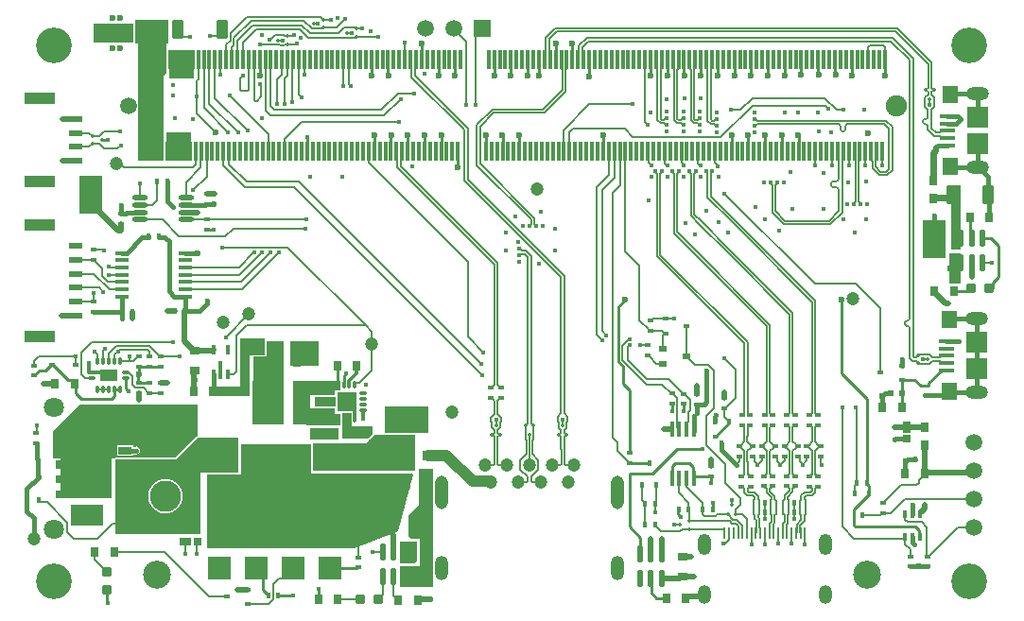
<source format=gtl>
G04*
G04 #@! TF.GenerationSoftware,Altium Limited,Altium Designer,20.1.11 (218)*
G04*
G04 Layer_Physical_Order=1*
G04 Layer_Color=255*
%FSLAX44Y44*%
%MOMM*%
G71*
G04*
G04 #@! TF.SameCoordinates,4E8BECB8-10D7-4487-B94D-AC5258AA6689*
G04*
G04*
G04 #@! TF.FilePolarity,Positive*
G04*
G01*
G75*
%ADD12C,0.2540*%
%ADD13C,0.2500*%
%ADD14C,0.6000*%
%ADD15C,0.1500*%
%ADD17C,0.1270*%
%ADD19R,0.3000X1.7500*%
%ADD20R,2.0000X3.5000*%
%ADD25R,1.2500X0.6000*%
%ADD26R,2.7000X1.0000*%
%ADD27R,1.2000X0.6500*%
%ADD28R,0.5900X0.4500*%
%ADD29R,0.3500X0.8500*%
G04:AMPARAMS|DCode=30|XSize=0.4mm|YSize=1.2mm|CornerRadius=0.05mm|HoleSize=0mm|Usage=FLASHONLY|Rotation=270.000|XOffset=0mm|YOffset=0mm|HoleType=Round|Shape=RoundedRectangle|*
%AMROUNDEDRECTD30*
21,1,0.4000,1.1000,0,0,270.0*
21,1,0.3000,1.2000,0,0,270.0*
1,1,0.1000,-0.5500,-0.1500*
1,1,0.1000,-0.5500,0.1500*
1,1,0.1000,0.5500,0.1500*
1,1,0.1000,0.5500,-0.1500*
%
%ADD30ROUNDEDRECTD30*%
%ADD31O,0.3000X0.8000*%
%ADD32O,0.8000X0.3000*%
%ADD33R,1.5000X1.0000*%
G04:AMPARAMS|DCode=34|XSize=0.4mm|YSize=0.65mm|CornerRadius=0.05mm|HoleSize=0mm|Usage=FLASHONLY|Rotation=0.000|XOffset=0mm|YOffset=0mm|HoleType=Round|Shape=RoundedRectangle|*
%AMROUNDEDRECTD34*
21,1,0.4000,0.5500,0,0,0.0*
21,1,0.3000,0.6500,0,0,0.0*
1,1,0.1000,0.1500,-0.2750*
1,1,0.1000,-0.1500,-0.2750*
1,1,0.1000,-0.1500,0.2750*
1,1,0.1000,0.1500,0.2750*
%
%ADD34ROUNDEDRECTD34*%
%ADD35R,0.2300X1.0000*%
%ADD36R,0.8000X0.9000*%
%ADD37R,0.9000X1.6000*%
G04:AMPARAMS|DCode=38|XSize=0.2mm|YSize=0.565mm|CornerRadius=0.05mm|HoleSize=0mm|Usage=FLASHONLY|Rotation=180.000|XOffset=0mm|YOffset=0mm|HoleType=Round|Shape=RoundedRectangle|*
%AMROUNDEDRECTD38*
21,1,0.2000,0.4650,0,0,180.0*
21,1,0.1000,0.5650,0,0,180.0*
1,1,0.1000,-0.0500,0.2325*
1,1,0.1000,0.0500,0.2325*
1,1,0.1000,0.0500,-0.2325*
1,1,0.1000,-0.0500,-0.2325*
%
%ADD38ROUNDEDRECTD38*%
%ADD40R,1.3000X1.0000*%
G04:AMPARAMS|DCode=41|XSize=0.5mm|YSize=0.4mm|CornerRadius=0.02mm|HoleSize=0mm|Usage=FLASHONLY|Rotation=270.000|XOffset=0mm|YOffset=0mm|HoleType=Round|Shape=RoundedRectangle|*
%AMROUNDEDRECTD41*
21,1,0.5000,0.3600,0,0,270.0*
21,1,0.4600,0.4000,0,0,270.0*
1,1,0.0400,-0.1800,-0.2300*
1,1,0.0400,-0.1800,0.2300*
1,1,0.0400,0.1800,0.2300*
1,1,0.0400,0.1800,-0.2300*
%
%ADD41ROUNDEDRECTD41*%
G04:AMPARAMS|DCode=42|XSize=0.5mm|YSize=0.4mm|CornerRadius=0.02mm|HoleSize=0mm|Usage=FLASHONLY|Rotation=0.000|XOffset=0mm|YOffset=0mm|HoleType=Round|Shape=RoundedRectangle|*
%AMROUNDEDRECTD42*
21,1,0.5000,0.3600,0,0,0.0*
21,1,0.4600,0.4000,0,0,0.0*
1,1,0.0400,0.2300,-0.1800*
1,1,0.0400,-0.2300,-0.1800*
1,1,0.0400,-0.2300,0.1800*
1,1,0.0400,0.2300,0.1800*
%
%ADD42ROUNDEDRECTD42*%
%ADD43R,2.0000X2.0000*%
%ADD44R,0.5000X0.4000*%
%ADD45R,0.4000X0.5000*%
%ADD46R,1.4000X1.6000*%
%ADD47R,1.3500X0.4000*%
%ADD48R,0.7000X0.5000*%
%ADD49R,1.5000X4.0000*%
G04:AMPARAMS|DCode=50|XSize=0.8mm|YSize=0.7mm|CornerRadius=0.035mm|HoleSize=0mm|Usage=FLASHONLY|Rotation=0.000|XOffset=0mm|YOffset=0mm|HoleType=Round|Shape=RoundedRectangle|*
%AMROUNDEDRECTD50*
21,1,0.8000,0.6300,0,0,0.0*
21,1,0.7300,0.7000,0,0,0.0*
1,1,0.0700,0.3650,-0.3150*
1,1,0.0700,-0.3650,-0.3150*
1,1,0.0700,-0.3650,0.3150*
1,1,0.0700,0.3650,0.3150*
%
%ADD50ROUNDEDRECTD50*%
G04:AMPARAMS|DCode=51|XSize=0.8mm|YSize=0.7mm|CornerRadius=0.035mm|HoleSize=0mm|Usage=FLASHONLY|Rotation=90.000|XOffset=0mm|YOffset=0mm|HoleType=Round|Shape=RoundedRectangle|*
%AMROUNDEDRECTD51*
21,1,0.8000,0.6300,0,0,90.0*
21,1,0.7300,0.7000,0,0,90.0*
1,1,0.0700,0.3150,0.3650*
1,1,0.0700,0.3150,-0.3650*
1,1,0.0700,-0.3150,-0.3650*
1,1,0.0700,-0.3150,0.3650*
%
%ADD51ROUNDEDRECTD51*%
%ADD52O,0.5000X1.6000*%
G04:AMPARAMS|DCode=53|XSize=0.3mm|YSize=0.3mm|CornerRadius=0.03mm|HoleSize=0mm|Usage=FLASHONLY|Rotation=180.000|XOffset=0mm|YOffset=0mm|HoleType=Round|Shape=RoundedRectangle|*
%AMROUNDEDRECTD53*
21,1,0.3000,0.2400,0,0,180.0*
21,1,0.2400,0.3000,0,0,180.0*
1,1,0.0600,-0.1200,0.1200*
1,1,0.0600,0.1200,0.1200*
1,1,0.0600,0.1200,-0.1200*
1,1,0.0600,-0.1200,-0.1200*
%
%ADD53ROUNDEDRECTD53*%
G04:AMPARAMS|DCode=54|XSize=0.3mm|YSize=0.3mm|CornerRadius=0.03mm|HoleSize=0mm|Usage=FLASHONLY|Rotation=270.000|XOffset=0mm|YOffset=0mm|HoleType=Round|Shape=RoundedRectangle|*
%AMROUNDEDRECTD54*
21,1,0.3000,0.2400,0,0,270.0*
21,1,0.2400,0.3000,0,0,270.0*
1,1,0.0600,-0.1200,-0.1200*
1,1,0.0600,-0.1200,0.1200*
1,1,0.0600,0.1200,0.1200*
1,1,0.0600,0.1200,-0.1200*
%
%ADD54ROUNDEDRECTD54*%
%ADD55R,0.4500X1.4500*%
G04:AMPARAMS|DCode=56|XSize=1.7mm|YSize=1.7mm|CornerRadius=0.085mm|HoleSize=0mm|Usage=FLASHONLY|Rotation=270.000|XOffset=0mm|YOffset=0mm|HoleType=Round|Shape=RoundedRectangle|*
%AMROUNDEDRECTD56*
21,1,1.7000,1.5300,0,0,270.0*
21,1,1.5300,1.7000,0,0,270.0*
1,1,0.1700,-0.7650,-0.7650*
1,1,0.1700,-0.7650,0.7650*
1,1,0.1700,0.7650,0.7650*
1,1,0.1700,0.7650,-0.7650*
%
%ADD56ROUNDEDRECTD56*%
G04:AMPARAMS|DCode=57|XSize=1mm|YSize=1.7mm|CornerRadius=0.05mm|HoleSize=0mm|Usage=FLASHONLY|Rotation=180.000|XOffset=0mm|YOffset=0mm|HoleType=Round|Shape=RoundedRectangle|*
%AMROUNDEDRECTD57*
21,1,1.0000,1.6000,0,0,180.0*
21,1,0.9000,1.7000,0,0,180.0*
1,1,0.1000,-0.4500,0.8000*
1,1,0.1000,0.4500,0.8000*
1,1,0.1000,0.4500,-0.8000*
1,1,0.1000,-0.4500,-0.8000*
%
%ADD57ROUNDEDRECTD57*%
G04:AMPARAMS|DCode=58|XSize=0.8mm|YSize=0.8mm|CornerRadius=0.04mm|HoleSize=0mm|Usage=FLASHONLY|Rotation=0.000|XOffset=0mm|YOffset=0mm|HoleType=Round|Shape=RoundedRectangle|*
%AMROUNDEDRECTD58*
21,1,0.8000,0.7200,0,0,0.0*
21,1,0.7200,0.8000,0,0,0.0*
1,1,0.0800,0.3600,-0.3600*
1,1,0.0800,-0.3600,-0.3600*
1,1,0.0800,-0.3600,0.3600*
1,1,0.0800,0.3600,0.3600*
%
%ADD58ROUNDEDRECTD58*%
G04:AMPARAMS|DCode=59|XSize=0.8mm|YSize=0.8mm|CornerRadius=0.04mm|HoleSize=0mm|Usage=FLASHONLY|Rotation=90.000|XOffset=0mm|YOffset=0mm|HoleType=Round|Shape=RoundedRectangle|*
%AMROUNDEDRECTD59*
21,1,0.8000,0.7200,0,0,90.0*
21,1,0.7200,0.8000,0,0,90.0*
1,1,0.0800,0.3600,0.3600*
1,1,0.0800,0.3600,-0.3600*
1,1,0.0800,-0.3600,-0.3600*
1,1,0.0800,-0.3600,0.3600*
%
%ADD59ROUNDEDRECTD59*%
%ADD60R,0.4500X0.6000*%
%ADD61O,1.4000X0.4500*%
%ADD62R,0.6000X0.5000*%
%ADD125C,0.1618*%
%ADD126C,0.1431*%
%ADD127R,0.6500X0.8000*%
%ADD128R,1.0500X0.8000*%
%ADD129R,0.8000X1.0500*%
%ADD130R,0.8000X0.6500*%
G04:AMPARAMS|DCode=131|XSize=0.4mm|YSize=0.565mm|CornerRadius=0.05mm|HoleSize=0mm|Usage=FLASHONLY|Rotation=180.000|XOffset=0mm|YOffset=0mm|HoleType=Round|Shape=RoundedRectangle|*
%AMROUNDEDRECTD131*
21,1,0.4000,0.4650,0,0,180.0*
21,1,0.3000,0.5650,0,0,180.0*
1,1,0.1000,-0.1500,0.2325*
1,1,0.1000,0.1500,0.2325*
1,1,0.1000,0.1500,-0.2325*
1,1,0.1000,-0.1500,-0.2325*
%
%ADD131ROUNDEDRECTD131*%
%ADD132R,1.9000X1.9000*%
%ADD133C,0.4000*%
%ADD134C,0.1796*%
%ADD135C,0.5000*%
%ADD136C,1.0000*%
%ADD137C,0.3000*%
%ADD138R,1.1250X2.6750*%
%ADD139R,0.8750X5.7250*%
%ADD140R,2.8750X1.9250*%
%ADD141R,2.3056X2.5525*%
%ADD142R,0.8250X5.2000*%
%ADD143R,3.6750X0.9500*%
%ADD144R,2.2750X1.5250*%
%ADD145R,2.7500X2.5000*%
%ADD146R,1.5000X7.5500*%
%ADD147R,2.6000X2.2750*%
%ADD148R,2.6000X1.0500*%
%ADD149R,1.8250X0.8750*%
%ADD150R,3.0250X1.0000*%
%ADD151R,2.4000X0.5250*%
%ADD152R,2.4000X0.5750*%
%ADD153R,2.8500X0.8750*%
%ADD154R,3.6250X1.7500*%
%ADD155R,2.3056X2.6275*%
%ADD156R,3.9250X2.4000*%
%ADD157C,1.9000*%
%ADD158C,1.5000*%
%ADD159O,1.2000X1.9000*%
%ADD160O,1.2000X1.7000*%
%ADD161R,1.5000X1.5000*%
%ADD162O,2.0000X1.2000*%
%ADD163C,1.2000*%
%ADD164C,2.8000*%
%ADD165C,1.8000*%
%ADD166O,1.2000X3.0000*%
%ADD167O,1.2000X2.2000*%
%ADD168C,2.5000*%
%ADD169C,3.2000*%
%ADD170C,0.4500*%
%ADD171C,0.6000*%
G36*
X132250Y511250D02*
X131000D01*
X131000Y485500D01*
X128444Y482944D01*
Y406225D01*
X105444D01*
X105444Y455248D01*
X105540Y455975D01*
X105444Y456702D01*
X105444Y511250D01*
X103000D01*
Y533000D01*
X132250D01*
Y511250D01*
D02*
G37*
G36*
X158750Y160125D02*
X157778Y159722D01*
X157778Y159722D01*
X138681Y140625D01*
X85000D01*
X84028Y140222D01*
X83988Y140125D01*
X81500Y140131D01*
Y104249D01*
X31500D01*
Y111250D01*
X36500D01*
Y117599D01*
X31500D01*
Y124599D01*
X36500D01*
Y130899D01*
X31500D01*
Y137899D01*
X36500D01*
Y140233D01*
X29000Y140250D01*
Y164750D01*
X52750Y188500D01*
X104452D01*
X104529Y188449D01*
X106000Y188156D01*
X107471Y188449D01*
X107548Y188500D01*
X158750D01*
Y160125D01*
D02*
G37*
G36*
X296500Y180250D02*
Y169250D01*
X297500Y168250D01*
X315750D01*
Y161500D01*
X311750Y157500D01*
X288250D01*
Y180500D01*
X296250D01*
X296500Y180250D01*
D02*
G37*
G36*
X326750Y161125D02*
X353750D01*
Y128750D01*
X262500D01*
Y153750D01*
X309500D01*
X311964Y156214D01*
X312437Y156410D01*
X312722Y156528D01*
X312722Y156528D01*
X316722Y160528D01*
X317021Y161250D01*
X326449D01*
X326750Y161125D01*
D02*
G37*
G36*
X195250Y127500D02*
X161500D01*
X161750Y127250D01*
Y72500D01*
X85000D01*
Y139250D01*
X139250D01*
X158750Y158750D01*
X195250D01*
Y127500D01*
D02*
G37*
G36*
X260500Y126250D02*
X350964D01*
X351743Y125247D01*
X338723Y74394D01*
X299350Y59250D01*
X167000Y59250D01*
Y125250D01*
X197750D01*
Y152750D01*
X260500D01*
X260500Y126250D01*
D02*
G37*
G36*
X355000Y48750D02*
X352500Y46250D01*
X340000D01*
Y65000D01*
X355000D01*
Y48750D01*
D02*
G37*
G36*
X369500Y25000D02*
X340000D01*
Y43750D01*
X357500D01*
Y67500D01*
X350250D01*
X348000Y69750D01*
Y88750D01*
X357250Y98000D01*
Y130500D01*
X369500D01*
Y25000D01*
D02*
G37*
%LPC*%
G36*
X101270Y151320D02*
X86730D01*
Y142279D01*
X101270D01*
Y143465D01*
X103727D01*
X104000Y143411D01*
X105373Y143684D01*
X106538Y144462D01*
X107316Y145627D01*
X107589Y147000D01*
X107316Y148373D01*
X106538Y149538D01*
X105373Y150316D01*
X104000Y150589D01*
X102627Y150316D01*
X102540Y150258D01*
X101270Y150624D01*
Y151320D01*
D02*
G37*
G36*
X130000Y121344D02*
X127007Y121049D01*
X124128Y120176D01*
X121475Y118758D01*
X119150Y116850D01*
X117242Y114525D01*
X115824Y111872D01*
X114951Y108993D01*
X114656Y106000D01*
X114951Y103007D01*
X115824Y100128D01*
X117242Y97475D01*
X119150Y95150D01*
X121475Y93242D01*
X124128Y91824D01*
X127007Y90951D01*
X130000Y90656D01*
X132994Y90951D01*
X135872Y91824D01*
X138525Y93242D01*
X140850Y95150D01*
X142758Y97475D01*
X144176Y100128D01*
X145049Y103007D01*
X145344Y106000D01*
X145049Y108993D01*
X144176Y111872D01*
X142758Y114525D01*
X140850Y116850D01*
X138525Y118758D01*
X135872Y120176D01*
X132994Y121049D01*
X130000Y121344D01*
D02*
G37*
%LPD*%
D12*
X211000Y40500D02*
X217500Y34000D01*
Y22250D02*
X222250Y17500D01*
X46520Y209730D02*
X49250Y207000D01*
Y198500D02*
Y207000D01*
X12750Y214000D02*
X17250Y218500D01*
X825000Y219000D02*
X829750D01*
X813480Y207479D02*
X825000Y219000D01*
X813480Y204980D02*
Y207479D01*
X813250Y204750D02*
X813480Y204980D01*
X806250Y204750D02*
X813250D01*
X789375Y186125D02*
Y210125D01*
X789250Y210250D02*
X800750D01*
X806250Y204750D01*
X789250Y210250D02*
X789375Y210125D01*
Y186125D02*
X789500Y186000D01*
X17250Y218500D02*
X22750D01*
X27750Y223500D01*
X28450D01*
X29150D01*
X42920Y209730D01*
X46520D01*
X49250Y198500D02*
X54750Y193000D01*
X81750D01*
X84250Y195500D02*
Y202000D01*
X81750Y193000D02*
X84250Y195500D01*
Y202000D02*
X89250D01*
X283750Y209125D02*
Y223000D01*
Y209125D02*
X284750Y208125D01*
Y205500D02*
Y208125D01*
X217500Y22250D02*
Y34000D01*
X277500Y41000D02*
X277750Y41250D01*
X278250Y41750D02*
X302000D01*
X621945Y414975D02*
X622174Y415205D01*
X277750Y41250D02*
X278250Y41750D01*
D13*
X314445Y482555D02*
Y496975D01*
X329445Y482555D02*
Y496975D01*
X214529Y482584D02*
X214613Y482500D01*
X214529Y482584D02*
Y496891D01*
X256945Y414975D02*
Y427648D01*
X214445Y496975D02*
X214529Y496891D01*
X750500Y98000D02*
X750500D01*
X746250Y80215D02*
Y93750D01*
X750500Y98000D01*
X747714Y78750D02*
X801500D01*
X746250Y80215D02*
X747714Y78750D01*
X391945Y400555D02*
Y414975D01*
X316945D02*
Y429395D01*
X73000Y425250D02*
X78000D01*
X78000Y425250D01*
X78500D01*
X603000Y177750D02*
X605500Y180250D01*
X594250Y181787D02*
Y188750D01*
X583500Y181906D02*
Y189250D01*
X714445Y482555D02*
Y496975D01*
X173500Y345000D02*
X173500Y345000D01*
X167000Y345000D02*
X173500D01*
X536000Y276000D02*
X542000Y282000D01*
X735250Y257919D02*
Y281750D01*
Y216250D02*
Y257919D01*
X836000Y289500D02*
X851750D01*
X867750D02*
X870500Y292250D01*
Y297000D01*
X875750Y302250D02*
Y330750D01*
X870500Y297000D02*
X875750Y302250D01*
X861500Y337000D02*
X869500D01*
X875750Y330750D01*
X850250Y344926D02*
Y356000D01*
Y344926D02*
X852000Y343176D01*
Y337000D02*
Y343176D01*
X758250Y117750D02*
Y193250D01*
X735250Y216250D02*
X758250Y193250D01*
Y117250D02*
Y117750D01*
Y117250D02*
X760250Y115250D01*
Y108250D02*
Y115250D01*
Y107750D02*
Y108250D01*
X750500Y98000D02*
X760250Y107750D01*
X804750Y70500D02*
X805500Y69750D01*
X804750Y70500D02*
Y75500D01*
X801500Y78750D02*
X804750Y75500D01*
X536000Y247750D02*
Y276000D01*
X539750Y206750D02*
Y222619D01*
X535980Y226389D02*
X539750Y222619D01*
X535980Y226389D02*
Y247730D01*
X536000Y247750D01*
X539750Y206750D02*
X546000Y200500D01*
Y144750D02*
Y200500D01*
X563125Y135625D02*
X563250Y135500D01*
X546125Y135625D02*
X563125D01*
X546000Y135750D02*
X546125Y135625D01*
X545750Y78500D02*
Y126000D01*
X634750Y172000D02*
Y172500D01*
X622500Y159750D02*
X634750Y172000D01*
X622000Y159750D02*
X622500D01*
X588250Y148250D02*
X611000D01*
X566000Y126000D02*
X588250Y148250D01*
X545750Y126000D02*
X566000D01*
X603250Y124000D02*
X618250D01*
X603000Y123750D02*
X603250Y124000D01*
X602617Y124133D02*
X603000Y123750D01*
X602617Y124133D02*
Y132383D01*
X599250Y135750D02*
X602617Y132383D01*
X583883Y133383D02*
X586250Y135750D01*
X599250D01*
X583500Y123750D02*
X583883Y124133D01*
Y133383D01*
X618250Y118000D02*
Y124000D01*
Y118000D02*
X618250Y118000D01*
X620250Y94250D02*
Y100250D01*
X589250Y89750D02*
X591500Y87500D01*
X591750D01*
X589250Y89750D02*
Y93750D01*
X589500Y94000D01*
X555250Y54750D02*
Y69000D01*
X545750Y78500D02*
X555250Y69000D01*
X564750Y32750D02*
X565000Y32500D01*
Y19250D02*
Y32500D01*
X569500Y14750D02*
X578500D01*
X565000Y19250D02*
X569500Y14750D01*
X94250Y202750D02*
Y212000D01*
Y202750D02*
X97000Y200000D01*
X106000Y222000D02*
X115750D01*
X105500Y207500D02*
Y213553D01*
X106000Y214053D01*
X105500Y207500D02*
X115750D01*
X106000Y214053D02*
Y222000D01*
X115750D02*
X125500D01*
X289750Y205500D02*
Y213750D01*
X291750Y215750D01*
X231250Y17500D02*
X244500D01*
X78000Y10250D02*
Y22000D01*
Y10250D02*
X78250Y10000D01*
X267000Y13500D02*
Y23250D01*
X416947Y429397D02*
Y429450D01*
X416945Y429395D02*
X416947Y429397D01*
X331945Y414975D02*
Y429375D01*
X332020Y429450D01*
X636945Y414975D02*
Y429395D01*
X454445Y482555D02*
Y496975D01*
X609445Y482555D02*
Y496975D01*
X564492Y482547D02*
X564539Y482500D01*
X564492Y482547D02*
Y496927D01*
X624445Y482555D02*
Y496975D01*
X576945Y414975D02*
X577195Y415225D01*
X564445Y496975D02*
X564492Y496927D01*
X579445Y482555D02*
Y496975D01*
X696945Y414975D02*
Y429395D01*
X479445Y496975D02*
Y511395D01*
X494445Y496975D02*
Y511395D01*
X346945Y414975D02*
Y429395D01*
X361945Y414975D02*
Y429395D01*
X376945Y414975D02*
Y429395D01*
X416945Y414975D02*
Y429395D01*
X431944Y414975D02*
Y429395D01*
X446945Y414975D02*
Y429395D01*
X521945Y414975D02*
Y429395D01*
X651945Y414975D02*
Y429395D01*
X666945Y414975D02*
Y429395D01*
X681945Y414975D02*
Y429395D01*
X509445Y482555D02*
Y496975D01*
X359445D02*
Y511395D01*
X374445Y482555D02*
Y496975D01*
X389445Y482555D02*
Y496975D01*
X424444Y482555D02*
Y496975D01*
X439445Y482555D02*
Y496975D01*
X464445Y482555D02*
Y496975D01*
X594445Y482555D02*
Y496975D01*
X639445Y482555D02*
Y496975D01*
X654445Y482555D02*
Y496975D01*
X669445Y482555D02*
Y496975D01*
X684445Y482555D02*
Y496975D01*
X699445Y482555D02*
Y496975D01*
X729445Y482555D02*
Y496975D01*
X744445Y482555D02*
Y496975D01*
X774445Y482555D02*
X774500Y482500D01*
X774445Y482555D02*
Y496975D01*
D14*
X817250Y373750D02*
X832750D01*
X834750Y375750D01*
Y376250D01*
X817250Y389750D02*
Y413750D01*
X819250Y415750D01*
D15*
X222500Y9500D02*
X226750Y13750D01*
Y27250D02*
X231500Y32000D01*
X226750Y13750D02*
Y27250D01*
X14500Y162750D02*
X14750Y163000D01*
Y169750D01*
X302750Y51250D02*
Y68500D01*
X315000Y218250D02*
Y242250D01*
Y253250D01*
X309250Y259000D02*
X315000Y253250D01*
X202500Y259000D02*
X309250D01*
X239500Y328750D02*
X309250Y259000D01*
X181750Y328750D02*
X239500D01*
X196500Y304500D02*
X216480Y324480D01*
X223980D02*
X224000D01*
X209230D02*
X209500D01*
X216480D02*
X216500D01*
X195750Y311000D02*
X209230Y324480D01*
X197500Y298000D02*
X223980Y324480D01*
X181250Y328250D02*
X181750Y328750D01*
X179500Y484000D02*
Y484250D01*
X179445Y484305D02*
Y496975D01*
Y484305D02*
X179500Y484250D01*
X254445Y484556D02*
X254500Y484500D01*
Y483750D02*
Y484500D01*
X254445Y484556D02*
Y496975D01*
X344445D02*
Y512195D01*
X344500Y512250D01*
X148000Y291500D02*
X198750D01*
X231500Y324250D01*
X148000Y298000D02*
X197500D01*
X148000Y304500D02*
X196500D01*
X148000Y311000D02*
X195750D01*
X184000Y248500D02*
X184500D01*
X205000Y269000D01*
X249445Y465555D02*
X251750Y463250D01*
X249445Y465555D02*
Y496975D01*
X203500Y433500D02*
X203500D01*
X174445Y462556D02*
X203500Y433500D01*
X230750Y514500D02*
X230750Y514500D01*
X235000D01*
X292500Y521250D02*
X292500Y521250D01*
X296750D01*
X263000Y529500D02*
X263010Y529510D01*
X266763D01*
X266773Y529521D01*
X187250Y464750D02*
X221945Y430056D01*
Y414975D02*
Y430056D01*
X187250Y464750D02*
Y465000D01*
X158000Y464000D02*
Y478226D01*
Y449000D02*
Y464000D01*
X140750Y521750D02*
Y524250D01*
Y521750D02*
X145000Y517500D01*
X151750D01*
X180750Y522500D02*
Y524250D01*
X176500Y518250D02*
X180750Y522500D01*
X170250Y518250D02*
X176500D01*
X164445Y453767D02*
Y496975D01*
Y453767D02*
X186356Y431856D01*
X158000Y449000D02*
X174750Y432250D01*
X158000Y478226D02*
X159445Y479671D01*
X169445Y457767D02*
X195106Y432106D01*
X169445Y457767D02*
Y496975D01*
X174445Y462556D02*
Y496975D01*
X294445Y475305D02*
Y496975D01*
Y475305D02*
X296000Y473750D01*
X289500Y473119D02*
Y496919D01*
X289445Y496975D02*
X289500Y496919D01*
X219633Y451770D02*
X223903Y447500D01*
X219445Y484767D02*
X219633Y484579D01*
Y451770D02*
Y484579D01*
X219445Y484767D02*
Y496975D01*
X155000Y380000D02*
X166945Y391945D01*
Y414975D01*
X159445Y479671D02*
Y496975D01*
X243750Y459250D02*
Y496281D01*
X244445Y496975D01*
X236750Y480440D02*
X239445Y483135D01*
X236750Y457750D02*
Y480440D01*
X229750Y479211D02*
X234445Y483905D01*
X229750Y457250D02*
Y479211D01*
X227750Y452000D02*
X323000D01*
X224445Y455306D02*
Y496975D01*
Y455306D02*
X227750Y452000D01*
X223903Y447500D02*
X326000D01*
X323000Y452000D02*
X338000Y467000D01*
X326000Y447500D02*
X340500Y462000D01*
X202500Y388000D02*
X249764D01*
X413014Y224750D01*
X245500Y383000D02*
X414000Y214500D01*
X201250Y383000D02*
X245500D01*
X190750Y346000D02*
X255750D01*
X183750Y339000D02*
X190750Y346000D01*
X167000Y354000D02*
X256000D01*
X644750Y452000D02*
X655500Y462750D01*
X636750Y452000D02*
X644750D01*
X486750Y434000D02*
X509750Y457000D01*
X548500D01*
X627250Y427500D02*
X655750Y456000D01*
X720961D02*
X723731Y453231D01*
X655750Y456000D02*
X720961D01*
X73000Y303502D02*
X78502Y298000D01*
X73000Y303502D02*
Y310396D01*
X78502Y298000D02*
X91000D01*
X66001Y305249D02*
X79750Y291500D01*
X49500Y305249D02*
X66001D01*
X79750Y291500D02*
X91000D01*
X79500Y304250D02*
X79625Y304375D01*
X90875D01*
X91000Y304500D01*
X338000Y467000D02*
X353000D01*
X414000Y214500D02*
X414000D01*
X400750Y248750D02*
X414500Y235000D01*
X400750Y248750D02*
Y315750D01*
X239445Y483135D02*
Y496975D01*
X186945Y403555D02*
X202500Y388000D01*
X181945Y402305D02*
X201250Y383000D01*
X75250Y417250D02*
X87250D01*
X90000Y420000D01*
X70750Y421750D02*
X75250Y417250D01*
X64500Y421750D02*
X70750D01*
X75069Y433000D02*
X89500D01*
X70819Y428750D02*
X75069Y433000D01*
X64500Y428750D02*
X70819D01*
X61750Y419000D02*
X64500Y421750D01*
X49500Y419000D02*
X61750D01*
X61750Y431500D02*
X64500Y428750D01*
X49500Y431500D02*
X61750D01*
X485500Y169750D02*
Y174750D01*
Y169750D02*
X485500Y169750D01*
X693250Y85750D02*
Y91825D01*
X693250Y91825D01*
X598520Y173020D02*
Y181270D01*
X596500Y166000D02*
Y171000D01*
X598520Y173020D01*
Y181270D02*
X600250Y183000D01*
X593750Y197750D02*
X594250D01*
X580250Y211250D02*
X593750Y197750D01*
X561000Y211250D02*
X580250D01*
X583000Y198250D02*
X583500D01*
X575000Y206250D02*
X583000Y198250D01*
X583500D02*
X584000D01*
X588500Y193750D01*
Y167500D02*
Y193750D01*
Y167500D02*
X590000Y166000D01*
X594250Y197750D02*
X594750D01*
X600250Y192250D01*
Y183000D02*
Y192250D01*
X654750Y63000D02*
Y73250D01*
X577750Y265000D02*
X585250D01*
X585500Y264750D01*
X555500Y241250D02*
X561750D01*
X555250Y241500D02*
X555500Y241250D01*
X566500Y265000D02*
X577750D01*
X564750Y263250D02*
X566500Y265000D01*
X564250Y263250D02*
X564750D01*
X65750Y326646D02*
X74604D01*
X74750Y326500D01*
X568500Y91500D02*
Y99250D01*
Y91500D02*
X568500Y91500D01*
X569750Y101000D02*
Y116500D01*
X568500Y99750D02*
X569750Y101000D01*
X568500Y99250D02*
Y99750D01*
X562695Y404805D02*
X565500Y402000D01*
X561945Y414975D02*
X562695Y414225D01*
Y404805D02*
Y414225D01*
X774445Y496975D02*
X774500Y497030D01*
Y508250D01*
X773000Y509750D02*
X774500Y508250D01*
X759445Y508195D02*
X761000Y509750D01*
X773000D01*
X759445Y496975D02*
Y508195D01*
X564250Y254250D02*
X575000D01*
X577250Y252000D01*
X575500Y237750D02*
Y250250D01*
X577250Y252000D01*
X569750Y224750D02*
X575500D01*
X563500Y231000D02*
X569750Y224750D01*
X563500Y231000D02*
Y231000D01*
X562250Y232250D02*
X563500Y231000D01*
X561750Y232250D02*
X562250D01*
X690750Y63250D02*
Y73250D01*
X702750Y63000D02*
Y73250D01*
X678750Y63250D02*
Y73250D01*
X666750Y63000D02*
Y73250D01*
X631211Y63500D02*
X634750Y67039D01*
X629750Y63500D02*
X631211D01*
X634750Y67039D02*
Y73250D01*
X84250Y232750D02*
X87375Y235875D01*
X213746Y9500D02*
X213746Y9500D01*
X222500D01*
X204000Y9500D02*
X213746D01*
X300443Y207250D02*
X304000D01*
X299750Y206557D02*
X300443Y207250D01*
X299750Y205500D02*
Y206557D01*
X304000Y207250D02*
X315000Y218250D01*
X193250Y249750D02*
X202500Y259000D01*
X193250Y217500D02*
Y249750D01*
X190750Y215000D02*
X193250Y217500D01*
X186000Y215000D02*
X190750D01*
X770250Y216750D02*
Y274500D01*
X748500Y296250D02*
X770250Y274500D01*
X711500Y296250D02*
X748500D01*
X630750Y377000D02*
X711500Y296250D01*
X559445Y441306D02*
Y496975D01*
Y441306D02*
X562000Y438750D01*
X125500Y231000D02*
X143000D01*
X127250Y353750D02*
X142000Y339000D01*
X183750D01*
X554250Y263750D02*
X562500Y255500D01*
X554250Y263750D02*
Y313000D01*
X562500Y255500D02*
Y255500D01*
Y255500D02*
X563750Y254250D01*
X564250D01*
X541945Y325305D02*
X554250Y313000D01*
X541945Y325305D02*
Y414975D01*
X861500Y315000D02*
X870250D01*
X814500Y456750D02*
Y461750D01*
Y456750D02*
X814500Y456750D01*
X808552Y228750D02*
X812750D01*
X746750Y68000D02*
X791250D01*
X736250Y78500D02*
X746750Y68000D01*
X736250Y78500D02*
Y185750D01*
X748875Y116875D02*
Y185125D01*
X747250Y108250D02*
Y115250D01*
X748875Y116875D01*
X804625Y120375D02*
X809750Y125500D01*
X804625Y118125D02*
Y120375D01*
X802250Y115750D02*
X804625Y118125D01*
X772500Y100000D02*
X773000D01*
X788750Y115750D01*
X802250D01*
X853450Y103500D02*
X853750Y103799D01*
X791750Y103500D02*
X853450D01*
X772500Y91000D02*
X779250D01*
X791750Y103500D01*
X753750Y89250D02*
X770250D01*
X772000Y91000D01*
X772500D01*
X812000Y52750D02*
Y78250D01*
X794750Y83000D02*
X807250D01*
X812000Y78250D01*
X792500Y85250D02*
X794750Y83000D01*
X792500Y85250D02*
Y90250D01*
X812000Y52750D02*
X812750Y52000D01*
X641500Y85000D02*
X646750Y79750D01*
X633500Y89750D02*
X638250Y85000D01*
X641500D01*
X640791Y81791D02*
X642750Y79833D01*
X637541Y81791D02*
X640791D01*
X635583Y83750D02*
X637541Y81791D01*
X646750Y73250D02*
Y79750D01*
X642750Y73250D02*
Y79833D01*
X623750Y89750D02*
X633500D01*
X622500Y88500D02*
X623750Y89750D01*
X612750Y88500D02*
X622500D01*
X611250Y90000D02*
Y94250D01*
Y90000D02*
X612750Y88500D01*
X530250Y158750D02*
X534500Y154500D01*
X530250Y378000D02*
X536945Y384695D01*
X530250Y158750D02*
Y378000D01*
X544250Y239865D02*
X545500Y241115D01*
X561000Y206250D02*
X575000D01*
X539250Y228000D02*
Y240904D01*
Y228000D02*
X561000Y206250D01*
X544250Y228000D02*
X561000Y211250D01*
X544250Y228000D02*
Y239865D01*
X545500Y135750D02*
X546000D01*
X534500Y146750D02*
X545500Y135750D01*
X534500Y146750D02*
Y154500D01*
X630500Y177250D02*
Y184750D01*
Y177250D02*
X634750Y173000D01*
Y172500D02*
Y173000D01*
X611250Y94250D02*
Y99750D01*
X596500Y114500D02*
Y123750D01*
Y114500D02*
X611250Y99750D01*
X589500Y123250D02*
X590000Y123750D01*
X589500Y109250D02*
Y123250D01*
X598500Y94000D02*
Y100250D01*
X589500Y109250D02*
X598500Y100250D01*
X599000Y84250D02*
X599500Y83750D01*
X599000Y84250D02*
Y93500D01*
X598500Y94000D02*
X599000Y93500D01*
X556750Y102500D02*
Y116500D01*
Y102500D02*
X559500Y99750D01*
Y99250D02*
Y99750D01*
Y80250D02*
Y99250D01*
X568500Y79750D02*
Y80250D01*
Y79750D02*
X574000Y74250D01*
X590750D01*
X593250Y76750D02*
X599500D01*
X590750Y74250D02*
X593250Y76750D01*
X599500Y83750D02*
X635583D01*
X630750Y73250D02*
Y76350D01*
X630350Y76750D02*
X630750Y76350D01*
X599500Y76750D02*
X630350D01*
X82500Y81500D02*
X88000D01*
X48016Y68234D02*
X69234D01*
X82500Y81500D01*
X148000Y55000D02*
Y65000D01*
X147750Y54750D02*
X148000Y55000D01*
X158250Y64750D02*
X158500Y65000D01*
X158250Y54500D02*
Y64750D01*
X86250Y404250D02*
X89091D01*
X92841Y400500D01*
X95250D01*
X95500Y400250D02*
X154250D01*
X95250Y400500D02*
X95500Y400250D01*
X156945Y402944D02*
Y414975D01*
X154250Y400250D02*
X156945Y402944D01*
X54750Y215500D02*
Y235000D01*
Y215500D02*
X58250Y212000D01*
X54750Y235000D02*
X63750Y244000D01*
X66500Y235750D02*
X69250Y233000D01*
X63750Y244000D02*
X137250D01*
X115750Y240250D02*
X125000Y231000D01*
X79250Y233750D02*
X85750Y240250D01*
X115750D01*
X58250Y212000D02*
X64250D01*
X49550Y223500D02*
Y231050D01*
X12750Y223000D02*
Y227000D01*
X16800Y231050D01*
X49550D01*
X74250Y202000D02*
X79250D01*
X69250D02*
X74250D01*
Y227000D02*
Y236500D01*
X75500Y237750D01*
X98000Y227000D02*
X101500D01*
X89250D02*
X98000D01*
X97500Y231250D02*
X98000Y230750D01*
Y227000D02*
Y230750D01*
X69250Y227000D02*
Y233000D01*
X125000Y231000D02*
X125500D01*
X79250Y227000D02*
Y233750D01*
X115750Y231000D02*
Y235500D01*
X114000Y237250D02*
X115750Y235500D01*
X88750Y237250D02*
X114000D01*
X84250Y227000D02*
Y232750D01*
X101500Y227000D02*
X105500Y231000D01*
X106000D01*
X100500Y205760D02*
X103240Y203020D01*
X110730D01*
X115250Y198500D01*
X115750D02*
X125500D01*
X115250D02*
X115750D01*
X94250Y217000D02*
X96750D01*
X100500Y213250D01*
Y205760D02*
Y213250D01*
X315500Y55750D02*
X325000D01*
X67000Y49000D02*
Y55750D01*
Y49000D02*
X78000Y38000D01*
X84500Y55750D02*
X129250D01*
X169000Y16000D02*
X185000D01*
X129250Y55750D02*
X169000Y16000D01*
X235500Y32000D02*
X244750Y41250D01*
X231500Y32000D02*
X235500D01*
X284500Y13500D02*
X304250D01*
X325000Y18250D02*
Y33750D01*
X320250Y13500D02*
X325000Y18250D01*
X334500Y17500D02*
Y33750D01*
Y17500D02*
X338250Y13750D01*
Y13250D02*
Y13750D01*
X42250Y74000D02*
X48016Y68234D01*
X42250Y74000D02*
Y82250D01*
X24000Y100500D02*
X42250Y82250D01*
X92250Y85750D02*
Y88750D01*
X88000Y81500D02*
X92250Y85750D01*
X16250Y102000D02*
Y102750D01*
Y102000D02*
X17750Y100500D01*
X24000D01*
X90750Y311250D02*
X91000Y311000D01*
X79250Y311250D02*
X90750D01*
X79000Y311500D02*
X79250Y311250D01*
X65750Y280249D02*
Y288000D01*
X65750Y288000D01*
X49500Y280249D02*
X65750D01*
X49500Y292749D02*
X70501D01*
X74500Y288750D01*
X65750Y317647D02*
X66250D01*
X67500Y316397D01*
Y315896D02*
X73000Y310396D01*
X67500Y315896D02*
Y316397D01*
X49500Y317749D02*
X49603Y317647D01*
X65750D01*
X118500Y366750D02*
X122444Y370695D01*
X107500Y366750D02*
X118500D01*
X122444Y370695D02*
Y387750D01*
X107500Y373250D02*
Y386250D01*
X148500Y373250D02*
Y387000D01*
X161750Y400250D02*
Y406031D01*
X148500Y387000D02*
X161750Y400250D01*
X630500Y184750D02*
X631000D01*
X640500Y194250D01*
X630500Y229750D02*
X640500Y219750D01*
Y194250D02*
Y219750D01*
X311945Y404555D02*
X400750Y315750D01*
X311945Y404555D02*
Y414975D01*
X791250Y68000D02*
X792500Y69250D01*
X181945Y402305D02*
Y414975D01*
X186945Y403555D02*
Y414975D01*
X748500Y185500D02*
X748875Y185125D01*
X107500Y353750D02*
X127250D01*
X408000Y517600D02*
X414150Y523750D01*
X408000Y456250D02*
Y517600D01*
X388750Y523750D02*
X399250Y513250D01*
Y456500D02*
Y513250D01*
X148500Y353750D02*
X148625Y353875D01*
X166875D01*
X167000Y354000D01*
X234445Y483905D02*
Y496975D01*
X655500Y462750D02*
X720250D01*
X712000Y402750D02*
Y403250D01*
X711945Y403305D02*
Y414975D01*
Y403305D02*
X712000Y403250D01*
X726945Y402805D02*
Y414975D01*
Y402805D02*
X727000Y402750D01*
X742000D02*
Y403250D01*
X741945Y403305D02*
Y414975D01*
Y403305D02*
X742000Y403250D01*
X756945Y414975D02*
X756972Y414947D01*
Y402778D02*
Y414947D01*
Y402778D02*
X757000Y402750D01*
X772000D02*
Y403000D01*
X771945Y403055D02*
Y414975D01*
Y403055D02*
X772000Y403000D01*
X486722Y415197D02*
X486750Y415225D01*
Y434000D01*
X495243Y435000D02*
X541250D01*
X491945Y414975D02*
Y431702D01*
X495243Y435000D01*
X541250D02*
X548750Y427500D01*
X720250Y462750D02*
X731000Y452000D01*
X736750D01*
X548750Y427500D02*
X627250D01*
X486722Y415197D02*
X486945Y414975D01*
X624250Y402000D02*
Y402250D01*
Y402000D02*
X624500Y401750D01*
X621945Y404556D02*
X624250Y402250D01*
X621945Y404556D02*
Y414975D01*
X576945Y404194D02*
Y404305D01*
Y414975D01*
Y404305D02*
X579250Y402000D01*
X606945Y404305D02*
X609250Y402000D01*
X606945Y404305D02*
Y414975D01*
X594000Y402250D02*
Y402750D01*
X591945Y404805D02*
Y414975D01*
Y404805D02*
X594000Y402750D01*
X561750Y414781D02*
X561945Y414975D01*
X426000Y174750D02*
X426000Y174750D01*
Y169750D02*
Y174750D01*
X456000Y134000D02*
Y161250D01*
Y134000D02*
X456000Y134000D01*
X693250Y91825D02*
Y100170D01*
X666750Y85750D02*
Y100170D01*
X539250Y240904D02*
X545231Y246885D01*
X545500D01*
X516000Y250590D02*
X520920Y245670D01*
X516000Y250590D02*
Y382750D01*
X521000Y253750D02*
X525000Y249750D01*
X521000Y253750D02*
Y380679D01*
X531945Y391623D01*
Y414975D01*
X516000Y382750D02*
X526945Y393694D01*
Y414975D01*
X536945Y384695D02*
Y414975D01*
X641250Y134250D02*
Y135000D01*
X643750Y137500D01*
Y141750D01*
X655751D02*
X656251D01*
X657501Y140500D01*
Y137561D02*
Y140500D01*
Y137561D02*
X660000Y135062D01*
Y134250D02*
Y135062D01*
X664000Y138250D02*
Y141750D01*
X660000Y134250D02*
X664000Y138250D01*
X676001Y141750D02*
X676500D01*
X677750Y140500D01*
Y137561D02*
Y140500D01*
Y137561D02*
X680250Y135062D01*
Y134250D02*
Y135062D01*
X684250Y138250D02*
Y141750D01*
X680250Y134250D02*
X684250Y138250D01*
X696251Y141750D02*
X696750D01*
X698000Y140500D01*
Y137561D02*
Y140500D01*
Y137561D02*
X700500Y135062D01*
Y134250D02*
Y135062D01*
X704500Y138250D02*
Y141750D01*
X700500Y134250D02*
X704500Y138250D01*
X716500Y136562D02*
Y141750D01*
Y136562D02*
X718000Y135062D01*
Y134250D02*
Y135062D01*
X637000Y98250D02*
Y102500D01*
X637000Y102500D02*
X637000Y102500D01*
X637000Y102500D02*
Y102750D01*
X586000Y80250D02*
X590500D01*
X586000Y80250D02*
X586000Y80250D01*
X161750Y406031D02*
X161945Y406225D01*
D17*
X661750Y100170D02*
Y101995D01*
Y91825D02*
Y100170D01*
X656750D02*
Y101995D01*
Y91825D02*
Y100170D01*
X661385Y102360D02*
X661750Y101995D01*
X661379Y102360D02*
X661385D01*
X652635Y113385D02*
X654000Y114750D01*
X652129Y113385D02*
X652635D01*
X651385Y112641D02*
X652129Y113385D01*
X651385Y110288D02*
Y112641D01*
X660635Y103104D02*
Y106048D01*
X657138Y109544D02*
X660635Y106048D01*
Y103104D02*
X661379Y102360D01*
X651385Y110288D02*
X652129Y109544D01*
X657138D01*
X657865Y103104D02*
Y104900D01*
X655991Y106774D02*
X657865Y104900D01*
X657121Y102360D02*
X657865Y103104D01*
X656750Y101995D02*
X657115Y102360D01*
X657121D01*
X647871Y113385D02*
X648615Y112641D01*
Y109141D02*
Y112641D01*
X646000Y114750D02*
X647365Y113385D01*
X647871D01*
X648615Y109141D02*
X650982Y106774D01*
X655991D01*
X657121Y89635D02*
X657865Y88891D01*
X660635Y87095D02*
X662135Y85595D01*
X656750Y90000D02*
Y91825D01*
X660635Y88891D02*
X661379Y89635D01*
X661385D01*
X661750Y90000D01*
X656750D02*
X657115Y89635D01*
X657865Y85948D02*
X659365Y84448D01*
X660635Y87095D02*
Y88891D01*
X661750Y90000D02*
Y91825D01*
X657115Y89635D02*
X657121D01*
X657865Y85948D02*
Y88891D01*
X662135Y81302D02*
Y85595D01*
X659365Y80155D02*
Y84448D01*
X658750Y73250D02*
X659265Y73765D01*
X662135Y78359D02*
X662235Y78259D01*
X662135Y78359D02*
Y81302D01*
X662135Y81302D02*
X662135Y81302D01*
X659365Y80155D02*
X659365Y80155D01*
X662235Y73765D02*
X662750Y73250D01*
X659265Y78259D02*
X659365Y78359D01*
X659265Y73765D02*
Y78259D01*
X659365Y78359D02*
Y80155D01*
X662235Y73765D02*
Y78259D01*
X676750Y100170D02*
Y101995D01*
Y91825D02*
Y100170D01*
X671750D02*
Y101995D01*
Y91825D02*
Y100170D01*
X676385Y102360D02*
X676750Y101995D01*
X676379Y102360D02*
X676385D01*
X675635Y103104D02*
Y106048D01*
Y103104D02*
X676379Y102360D01*
X672385Y113635D02*
X673750Y115000D01*
X671879Y113635D02*
X672385D01*
X671135Y112891D02*
X671879Y113635D01*
X671135Y110538D02*
Y112891D01*
X671888Y109794D02*
X675635Y106048D01*
X671135Y110538D02*
X671879Y109794D01*
X671888D01*
X672865Y103104D02*
Y104900D01*
X672121Y102360D02*
X672865Y103104D01*
X671750Y101995D02*
X672115Y102360D01*
X672121D01*
X667621Y113635D02*
X668365Y112891D01*
Y109391D02*
Y112891D01*
X665750Y115000D02*
X667115Y113635D01*
X667621D01*
X670741Y107024D02*
X672865Y104900D01*
X668365Y109391D02*
X670732Y107024D01*
X670741D01*
X676385Y89635D02*
X676750Y90000D01*
Y91825D01*
X674135Y78359D02*
X674235Y78259D01*
X670750Y73250D02*
X671265Y73765D01*
X676379Y89635D02*
X676385D01*
X674235Y73765D02*
Y78259D01*
Y73765D02*
X674750Y73250D01*
X671750Y90000D02*
Y91825D01*
X672865Y83050D02*
Y88891D01*
X671365Y78359D02*
Y81550D01*
X675635Y88891D02*
X676379Y89635D01*
X674135Y78359D02*
Y80403D01*
X671750Y90000D02*
X672115Y89635D01*
X672121D01*
X672865Y88891D01*
X671365Y81550D02*
X672865Y83050D01*
X675635Y81903D02*
Y88891D01*
X674135Y80403D02*
X675635Y81903D01*
X671265Y78259D02*
X671365Y78359D01*
X671265Y73765D02*
Y78259D01*
X683250Y100170D02*
Y101995D01*
Y91825D02*
Y100170D01*
Y90000D02*
Y91825D01*
X688250Y100170D02*
Y101995D01*
Y91825D02*
Y100170D01*
X688121Y113635D02*
X688865Y112891D01*
X686250Y115000D02*
X687615Y113635D01*
X688121D01*
X688865Y111095D02*
Y112891D01*
X684365Y106595D02*
X688865Y111095D01*
X684365Y103104D02*
Y106595D01*
X683621Y102360D02*
X684365Y103104D01*
X683615Y102360D02*
X683621D01*
X683250Y101995D02*
X683615Y102360D01*
X692885Y113635D02*
X694250Y115000D01*
X692379Y113635D02*
X692885D01*
X691635Y112891D02*
X692379Y113635D01*
X691635Y109948D02*
Y112891D01*
X687879Y102360D02*
X687885D01*
X688250Y101995D01*
X687135Y105448D02*
X691635Y109948D01*
X687135Y103104D02*
Y105448D01*
Y103104D02*
X687879Y102360D01*
X683250Y90000D02*
X683615Y89635D01*
X683265Y73765D02*
Y78259D01*
X687135Y88891D02*
X687879Y89635D01*
X687885D01*
X688250Y90000D01*
Y91825D01*
X683615Y89635D02*
X683621D01*
X683365Y81800D02*
X684365Y82800D01*
X682750Y73250D02*
X683265Y73765D01*
X686135Y78359D02*
Y80653D01*
X683621Y89635D02*
X684365Y88891D01*
Y82800D02*
Y88891D01*
X683265Y78259D02*
X683365Y78359D01*
X686235Y73765D02*
Y78259D01*
X686135Y78359D02*
X686235Y78259D01*
X686135Y80653D02*
X687135Y81653D01*
Y88891D01*
X686235Y73765D02*
X686750Y73250D01*
X683365Y78359D02*
Y81800D01*
X703250Y100170D02*
Y101995D01*
Y91825D02*
Y100170D01*
X698250D02*
Y101995D01*
Y91825D02*
Y100170D01*
X713135Y113385D02*
X714500Y114750D01*
X712629Y113385D02*
X713135D01*
X711885Y112641D02*
X712629Y113385D01*
X711885Y109698D02*
Y112641D01*
X709034Y106846D02*
X711885Y109698D01*
X703700Y106846D02*
X709034D01*
X702885Y102360D02*
X703250Y101995D01*
X702135Y105281D02*
X703700Y106846D01*
X702879Y102360D02*
X702885D01*
X702135Y103104D02*
Y105281D01*
Y103104D02*
X702879Y102360D01*
X708371Y113385D02*
X709115Y112641D01*
Y110845D02*
Y112641D01*
X706500Y114750D02*
X707865Y113385D01*
X708371D01*
X707886Y109616D02*
X709115Y110845D01*
X702553Y109616D02*
X707886D01*
X699365Y106429D02*
X702553Y109616D01*
X699365Y103104D02*
Y106429D01*
X698621Y102360D02*
X699365Y103104D01*
X698615Y102360D02*
X698621D01*
X698250Y101995D02*
X698615Y102360D01*
X702135Y88891D02*
X702879Y89635D01*
X703250Y90000D02*
Y91825D01*
X698250Y90000D02*
Y91825D01*
X698235Y79850D02*
X702135Y83750D01*
Y88891D01*
X698621Y89635D02*
X699365Y88891D01*
X698250Y90000D02*
X698615Y89635D01*
X702879D02*
X702885D01*
X703250Y90000D01*
X699365Y84897D02*
Y88891D01*
X695365Y80897D02*
X699365Y84897D01*
X698615Y89635D02*
X698621D01*
X695365Y79750D02*
Y80897D01*
X698235Y73765D02*
Y79850D01*
Y73765D02*
X698750Y73250D01*
X695265Y79650D02*
X695365Y79750D01*
X695265Y73765D02*
Y79650D01*
X694750Y73250D02*
X695265Y73765D01*
X622938Y437940D02*
X623750D01*
X622991Y443803D02*
X623803D01*
X619473Y442257D02*
X621444D01*
X622991Y443803D01*
X618326Y439487D02*
X621391D01*
X615560Y442253D02*
X618326Y439487D01*
X621391D02*
X622938Y437940D01*
X618330Y443400D02*
Y472998D01*
X615560Y442253D02*
Y471850D01*
X618330Y443400D02*
X619473Y442257D01*
X615560Y471850D02*
X615560Y471850D01*
X618330Y472998D02*
Y488116D01*
X615560Y471850D02*
Y488116D01*
X618330Y472998D02*
X618330Y472998D01*
X574473Y443007D02*
X576444D01*
X577991Y444553D02*
X578803D01*
X576391Y440237D02*
X577938Y438690D01*
X573330Y444150D02*
X574473Y443007D01*
X570560Y443003D02*
Y488116D01*
X573330Y444150D02*
Y488116D01*
X577938Y438690D02*
X578750D01*
X576444Y443007D02*
X577991Y444553D01*
X570560Y443003D02*
X573326Y440237D01*
X576391D01*
X709240Y180490D02*
Y279843D01*
X636271Y352812D02*
X709240Y279843D01*
X707500Y178750D02*
X709240Y180490D01*
X707000Y178750D02*
X707500D01*
X636271Y352812D02*
Y352812D01*
X615500Y373583D02*
X636271Y352812D01*
X618580Y496110D02*
X619445Y496975D01*
X618330Y488116D02*
X618580Y488366D01*
Y496110D01*
X618270Y374730D02*
X637250Y355750D01*
X712010Y180490D02*
Y280990D01*
X670375Y322625D02*
X712010Y280990D01*
X713750Y178750D02*
X714250D01*
X712010Y180490D02*
X713750Y178750D01*
X637250Y355750D02*
X669396Y323604D01*
X637250Y355750D02*
Y355750D01*
X670375Y322625D02*
X670375D01*
X669396Y323604D02*
X670375Y322625D01*
X615309Y488366D02*
Y496110D01*
Y488366D02*
X615560Y488116D01*
X614445Y496975D02*
X615309Y496110D01*
X619790Y396356D02*
Y397195D01*
X618270Y394836D02*
X619790Y396356D01*
X618270Y374730D02*
Y394836D01*
X613980Y396356D02*
Y397195D01*
Y396356D02*
X615500Y394836D01*
Y373583D02*
Y394836D01*
X603270Y358480D02*
Y394788D01*
X600500Y357333D02*
Y394788D01*
X606391Y440237D02*
X607938Y438690D01*
X609750Y352000D02*
Y352000D01*
X607938Y438690D02*
X608750D01*
X689439Y272311D02*
X691760Y269990D01*
X693500Y178750D02*
X694000D01*
X691760Y180490D02*
X693500Y178750D01*
X634771Y326979D02*
X689439Y272311D01*
X609750Y352000D02*
X634771Y326979D01*
X691760Y180490D02*
Y269990D01*
X689439Y272311D02*
X689439D01*
X600309Y488366D02*
X600560Y488116D01*
X603326Y440237D02*
X606391D01*
X600560Y443003D02*
X603326Y440237D01*
X600309Y488366D02*
Y496110D01*
X599444Y496975D02*
X600309Y496110D01*
X600560Y443003D02*
Y488116D01*
X603270Y358480D02*
X609750Y352000D01*
X607991Y444553D02*
X608803D01*
X606444Y443007D02*
X607991Y444553D01*
X603579Y496110D02*
X604445Y496975D01*
X604473Y443007D02*
X606444D01*
X688990Y180490D02*
Y268843D01*
X633791Y324041D02*
X688990Y268843D01*
X687250Y178750D02*
X688990Y180490D01*
X608771Y349062D02*
X633791Y324041D01*
X608771Y349062D02*
Y349062D01*
X686750Y178750D02*
X687250D01*
X633791Y324041D02*
Y324041D01*
X603579Y488366D02*
Y496110D01*
X603330Y444150D02*
X604473Y443007D01*
X603330Y444150D02*
Y488116D01*
X603579Y488366D01*
X600500Y357333D02*
X608771Y349062D01*
X604790Y396308D02*
Y397147D01*
X603270Y394788D02*
X604790Y396308D01*
X598980Y396309D02*
Y397147D01*
Y396309D02*
X600500Y394788D01*
X573270Y322132D02*
X651260Y244142D01*
X570500Y320985D02*
X648490Y242995D01*
X651260Y180490D02*
X653000Y178750D01*
X653500D01*
X651260Y180490D02*
Y244142D01*
X570309Y488366D02*
X570560Y488116D01*
X570309Y488366D02*
Y496110D01*
X569445Y496975D02*
X570309Y496110D01*
X648490Y180490D02*
Y242995D01*
X646750Y178750D02*
X648490Y180490D01*
X646250Y178750D02*
X646750D01*
X573579Y496110D02*
X574445Y496975D01*
X573579Y488366D02*
Y496110D01*
X573330Y488116D02*
X573579Y488366D01*
X574790Y396411D02*
Y397250D01*
X573270Y394891D02*
X574790Y396411D01*
X573270Y322132D02*
Y394891D01*
X568980Y396411D02*
Y397250D01*
Y396411D02*
X570500Y394891D01*
Y320985D02*
Y394891D01*
X588270Y342730D02*
X595750Y335250D01*
X585500Y341583D02*
X593791Y333291D01*
X591322Y440261D02*
X592868Y438714D01*
X588257Y440261D02*
X591322D01*
X592868Y438714D02*
X593681D01*
X585560Y442958D02*
Y478350D01*
Y442958D02*
X588257Y440261D01*
X671510Y180490D02*
Y259490D01*
X669750Y261250D02*
X671510Y259490D01*
X673250Y178750D02*
X673750D01*
X671510Y180490D02*
X673250Y178750D01*
X595750Y335250D02*
X669750Y261250D01*
X595750Y335250D02*
Y335250D01*
X585309Y488366D02*
X585560Y488116D01*
Y478350D02*
Y488116D01*
Y478350D02*
X585560Y478350D01*
X585309Y488366D02*
Y496110D01*
X584445Y496975D02*
X585309Y496110D01*
X591375Y443031D02*
X592921Y444577D01*
X588579Y496110D02*
X589445Y496975D01*
X592921Y444577D02*
X593734D01*
X588579Y488366D02*
Y496110D01*
X588330Y444105D02*
Y479497D01*
Y444105D02*
X589404Y443031D01*
X666980Y260103D02*
X668740Y258343D01*
Y180490D02*
Y258343D01*
X667000Y178750D02*
X668740Y180490D01*
X666500Y178750D02*
X667000D01*
X593791Y333291D02*
Y333291D01*
X589404Y443031D02*
X591375D01*
X666980Y260103D02*
X666980D01*
X593791Y333291D02*
X666980Y260103D01*
X588330Y488116D02*
X588579Y488366D01*
X588330Y479497D02*
Y488116D01*
Y479497D02*
X588330Y479497D01*
X589790Y396411D02*
Y397250D01*
X588270Y394891D02*
X589790Y396411D01*
X588270Y342730D02*
Y394891D01*
X583980Y396411D02*
Y397250D01*
Y396411D02*
X585500Y394891D01*
Y341583D02*
Y394891D01*
X648365Y154866D02*
Y161573D01*
X643750Y150750D02*
X644250D01*
X645615Y152115D01*
Y152116D01*
X648365Y154866D01*
Y135990D02*
Y146635D01*
X644250Y150750D02*
X645615Y149385D01*
X645615D01*
X648365Y146635D01*
X651135Y137137D02*
Y146635D01*
X655251Y150750D02*
X655751D01*
X653886Y149385D02*
X655251Y150750D01*
X653886Y149385D02*
Y149385D01*
X651135Y146635D02*
X653886Y149385D01*
X651135Y154865D02*
Y160425D01*
X655251Y150750D02*
X655251D01*
X653886Y152115D02*
X655251Y150750D01*
X653886Y152115D02*
Y152115D01*
X651135Y154865D02*
X653886Y152115D01*
X668615Y138885D02*
Y146619D01*
X664500Y150750D02*
X665865Y149385D01*
Y149369D02*
Y149385D01*
Y149369D02*
X668615Y146619D01*
X664000Y150750D02*
X664500D01*
X668615Y154865D02*
Y161573D01*
X664500Y150750D02*
X668615Y154865D01*
X671385Y137738D02*
Y146635D01*
X675500Y150750D02*
X676001D01*
X674136Y149385D02*
Y149385D01*
X675500Y150750D01*
X671385Y146635D02*
X674136Y149385D01*
X671385Y154865D02*
Y160425D01*
X675500Y150750D02*
X675500D01*
X674136Y152115D02*
X675500Y150750D01*
X674136Y152115D02*
Y152115D01*
X671385Y154865D02*
X674136Y152115D01*
X709115Y135865D02*
Y146635D01*
X705000Y150750D02*
X706365Y149385D01*
Y149385D02*
Y149385D01*
X704500Y150750D02*
X705000D01*
X706365Y149385D02*
X709115Y146635D01*
Y154865D02*
Y159950D01*
X705000Y150750D02*
X706365Y152115D01*
Y152115D01*
X709115Y154865D01*
X711885Y137013D02*
Y146633D01*
X714635Y149385D02*
X716000Y150750D01*
X714635Y149383D02*
Y149385D01*
X711885Y146633D02*
X714635Y149383D01*
X716000Y150750D02*
X716500D01*
X714635Y152115D02*
X716000Y150750D01*
X711885Y154866D02*
Y158803D01*
X714635Y152115D02*
Y152116D01*
X711885Y154866D02*
X714635Y152116D01*
X688865Y154867D02*
Y161573D01*
X684250Y150750D02*
X684750D01*
X686115Y152117D02*
X688865Y154867D01*
X684750Y150750D02*
X686115Y152115D01*
Y152117D01*
X688865Y126109D02*
Y146635D01*
X685615Y149385D02*
X686115D01*
X684250Y150750D02*
X685615Y149385D01*
X686115D02*
X688865Y146635D01*
X688990Y161697D02*
Y168010D01*
X687250Y169750D02*
X688990Y168010D01*
X686750Y169750D02*
X687250D01*
X688865Y161573D02*
X688990Y161697D01*
X691635Y154896D02*
Y160425D01*
Y154896D02*
X694386Y152146D01*
X695751Y150750D02*
X696251D01*
X694386Y152115D02*
X695751Y150750D01*
X694386Y152115D02*
Y152146D01*
X691635Y126109D02*
Y146627D01*
X695751Y150750D02*
X695758D01*
X694386Y149385D02*
X695751Y150750D01*
X694386Y149377D02*
Y149385D01*
X691635Y146627D02*
X694386Y149377D01*
X712635Y125115D02*
X713135D01*
X712629D02*
X712635D01*
X711885Y131387D02*
Y137012D01*
X709115Y125859D02*
Y135865D01*
X713750Y169750D02*
X714250D01*
X712010Y168010D02*
X713750Y169750D01*
X712010Y158927D02*
Y168010D01*
X713135Y125115D02*
X714500Y123750D01*
X711885Y158803D02*
X712010Y158927D01*
X711885Y125859D02*
Y131387D01*
Y125859D02*
X712629Y125115D01*
X709240Y160075D02*
Y168010D01*
X709115Y159950D02*
X709240Y160075D01*
X707500Y169750D02*
X709240Y168010D01*
X707000Y169750D02*
X707500D01*
X708371Y125115D02*
X709115Y125859D01*
X706500Y123750D02*
X707865Y125115D01*
X711885Y137013D02*
X711885Y137012D01*
X709115Y135865D02*
X709115Y135865D01*
X707865Y125115D02*
X708371D01*
X692885Y125365D02*
X694250Y124000D01*
X692379Y125365D02*
X692885D01*
X691635Y126109D02*
X692379Y125365D01*
X688121D02*
X688865Y126109D01*
X687615Y125365D02*
X688121D01*
X686250Y124000D02*
X687615Y125365D01*
X691635Y160425D02*
X691760Y160550D01*
X693500Y169750D02*
X694000D01*
X691760Y160550D02*
Y168010D01*
X693500Y169750D01*
X672385Y125365D02*
X673750Y124000D01*
X671879Y125365D02*
X672385D01*
X671135Y137488D02*
X671385Y137738D01*
X671135Y126109D02*
X671879Y125365D01*
X671135Y126109D02*
Y137488D01*
X668365Y138635D02*
X668615Y138885D01*
X668365Y126109D02*
Y138635D01*
X667621Y125365D02*
X668365Y126109D01*
X667115Y125365D02*
X667621D01*
X665750Y124000D02*
X667115Y125365D01*
X671385Y160425D02*
X671510Y160550D01*
Y168010D02*
X673250Y169750D01*
X671510Y160550D02*
Y168010D01*
X673250Y169750D02*
X673750D01*
X666500D02*
X667000D01*
X668740Y161697D02*
Y168010D01*
X667000Y169750D02*
X668740Y168010D01*
X668615Y161573D02*
X668740Y161697D01*
X652635Y125115D02*
X654000Y123750D01*
X652129Y125115D02*
X652635D01*
X651385Y125859D02*
Y136888D01*
Y125859D02*
X652129Y125115D01*
X651135Y137137D02*
X651385Y136888D01*
X648365Y135990D02*
X648615Y135740D01*
Y125859D02*
Y135740D01*
X647871Y125115D02*
X648615Y125859D01*
X647365Y125115D02*
X647871D01*
X646000Y123750D02*
X647365Y125115D01*
X651135Y160425D02*
X651260Y160550D01*
Y168010D01*
X653000Y169750D01*
X653500D01*
X646750D02*
X648490Y168010D01*
X646250Y169750D02*
X646750D01*
X648490Y161697D02*
Y168010D01*
X648365Y161573D02*
X648490Y161697D01*
D19*
X611945Y414975D02*
D03*
X616945D02*
D03*
X626945D02*
D03*
X631945D02*
D03*
X641945D02*
D03*
X646945D02*
D03*
X656945D02*
D03*
X661945D02*
D03*
X671945D02*
D03*
X676945D02*
D03*
X716945D02*
D03*
X721945D02*
D03*
X701945D02*
D03*
X706945D02*
D03*
X686945D02*
D03*
X691945D02*
D03*
X731945D02*
D03*
X736945D02*
D03*
X761945D02*
D03*
X766945D02*
D03*
X719445Y496975D02*
D03*
X724445D02*
D03*
X704445D02*
D03*
X709445D02*
D03*
X689445D02*
D03*
X694445D02*
D03*
X291945Y414975D02*
D03*
X296945D02*
D03*
X336945D02*
D03*
X341945D02*
D03*
X499445Y496975D02*
D03*
X504445D02*
D03*
X734445D02*
D03*
X739445D02*
D03*
X349445D02*
D03*
X354445D02*
D03*
X614445D02*
D03*
X619445D02*
D03*
X674445D02*
D03*
X679445D02*
D03*
X109445D02*
D03*
X106945Y414975D02*
D03*
X114444Y496975D02*
D03*
X111945Y414975D02*
D03*
X119445Y496975D02*
D03*
X116945Y414975D02*
D03*
X124445Y496975D02*
D03*
X121945Y414975D02*
D03*
X129445Y496975D02*
D03*
X126945Y414975D02*
D03*
X134445Y496975D02*
D03*
X131945Y414975D02*
D03*
X139445Y496975D02*
D03*
X136945Y414975D02*
D03*
X144445Y496975D02*
D03*
X141945Y414975D02*
D03*
X149445Y496975D02*
D03*
X146945Y414975D02*
D03*
X154445Y496975D02*
D03*
X151945Y414975D02*
D03*
X159445Y496975D02*
D03*
X156945Y414975D02*
D03*
X164445Y496975D02*
D03*
X161945Y414975D02*
D03*
X169445Y496975D02*
D03*
X166945Y414975D02*
D03*
X174445Y496975D02*
D03*
X171945Y414975D02*
D03*
X179445Y496975D02*
D03*
X176945Y414975D02*
D03*
X184445Y496975D02*
D03*
X181945Y414975D02*
D03*
X189445Y496975D02*
D03*
X186945Y414975D02*
D03*
X194445Y496975D02*
D03*
X191945Y414975D02*
D03*
X199445Y496975D02*
D03*
X196945Y414975D02*
D03*
X204445Y496975D02*
D03*
X201945Y414975D02*
D03*
X209445Y496975D02*
D03*
X206945Y414975D02*
D03*
X214445Y496975D02*
D03*
X211945Y414975D02*
D03*
X219445Y496975D02*
D03*
X216945Y414975D02*
D03*
X224445Y496975D02*
D03*
X221945Y414975D02*
D03*
X229445Y496975D02*
D03*
X226945Y414975D02*
D03*
X234445Y496975D02*
D03*
X231945Y414975D02*
D03*
X239445Y496975D02*
D03*
X236945Y414975D02*
D03*
X244445Y496975D02*
D03*
X241945Y414975D02*
D03*
X249445Y496975D02*
D03*
X246945Y414975D02*
D03*
X254445Y496975D02*
D03*
X251945Y414975D02*
D03*
X259445Y496975D02*
D03*
X256945Y414975D02*
D03*
X264445Y496975D02*
D03*
X261945Y414975D02*
D03*
X269445Y496975D02*
D03*
X266945Y414975D02*
D03*
X274445Y496975D02*
D03*
X271945Y414975D02*
D03*
X279445Y496975D02*
D03*
X276945Y414975D02*
D03*
X284445Y496975D02*
D03*
X281945Y414975D02*
D03*
X289445Y496975D02*
D03*
X286945Y414975D02*
D03*
X294445Y496975D02*
D03*
X299445D02*
D03*
X304445D02*
D03*
X301945Y414975D02*
D03*
X309445Y496975D02*
D03*
X306945Y414975D02*
D03*
X314445Y496975D02*
D03*
X311945Y414975D02*
D03*
X319445Y496975D02*
D03*
X316945Y414975D02*
D03*
X324445Y496975D02*
D03*
X321945Y414975D02*
D03*
X329445Y496975D02*
D03*
X326945Y414975D02*
D03*
X364445Y496975D02*
D03*
X359445D02*
D03*
X344445D02*
D03*
X339445D02*
D03*
X334445D02*
D03*
X394445D02*
D03*
X389445D02*
D03*
X384445D02*
D03*
X379445D02*
D03*
X374445D02*
D03*
X369445D02*
D03*
X361945Y414975D02*
D03*
X356945D02*
D03*
X351945D02*
D03*
X346945D02*
D03*
X331945D02*
D03*
X391945D02*
D03*
X386945D02*
D03*
X381945D02*
D03*
X376945D02*
D03*
X371945D02*
D03*
X366945D02*
D03*
X681945D02*
D03*
X696945D02*
D03*
X651945D02*
D03*
X666945D02*
D03*
X684445Y496975D02*
D03*
X699445D02*
D03*
X644445D02*
D03*
X649445D02*
D03*
X654445D02*
D03*
X659445D02*
D03*
X664445D02*
D03*
X669445D02*
D03*
X636945Y414975D02*
D03*
X639445Y496975D02*
D03*
X634445D02*
D03*
X629445D02*
D03*
X621945Y414975D02*
D03*
X624445Y496975D02*
D03*
X606945Y414975D02*
D03*
X609445Y496975D02*
D03*
X601945Y414975D02*
D03*
X604445Y496975D02*
D03*
X596945Y414975D02*
D03*
X599444Y496975D02*
D03*
X591945Y414975D02*
D03*
X594445Y496975D02*
D03*
X586945Y414975D02*
D03*
X589445Y496975D02*
D03*
X581945Y414975D02*
D03*
X584445Y496975D02*
D03*
X576945Y414975D02*
D03*
X579445Y496975D02*
D03*
X571945Y414975D02*
D03*
X574445Y496975D02*
D03*
X566945Y414975D02*
D03*
X569445Y496975D02*
D03*
X561945Y414975D02*
D03*
X564445Y496975D02*
D03*
X556945Y414975D02*
D03*
X559445Y496975D02*
D03*
X551945Y414975D02*
D03*
X554445Y496975D02*
D03*
X546945Y414975D02*
D03*
X549445Y496975D02*
D03*
X541945Y414975D02*
D03*
X544445Y496975D02*
D03*
X536945Y414975D02*
D03*
X539445Y496975D02*
D03*
X531945Y414975D02*
D03*
X534445Y496975D02*
D03*
X526945Y414975D02*
D03*
X529445Y496975D02*
D03*
X521945Y414975D02*
D03*
X524445Y496975D02*
D03*
X516945Y414975D02*
D03*
X519445Y496975D02*
D03*
X511945Y414975D02*
D03*
X514445Y496975D02*
D03*
X506945Y414975D02*
D03*
X509445Y496975D02*
D03*
X501945Y414975D02*
D03*
X496945D02*
D03*
X491945D02*
D03*
X494445Y496975D02*
D03*
X486945Y414975D02*
D03*
X489445Y496975D02*
D03*
X481945Y414975D02*
D03*
X484445Y496975D02*
D03*
X476945Y414975D02*
D03*
X479445Y496975D02*
D03*
X471945Y414975D02*
D03*
X474445Y496975D02*
D03*
X466945Y414975D02*
D03*
X469445Y496975D02*
D03*
X461945Y414975D02*
D03*
X464445Y496975D02*
D03*
X456945Y414975D02*
D03*
X459445Y496975D02*
D03*
X451945Y414975D02*
D03*
X454445Y496975D02*
D03*
X446945Y414975D02*
D03*
X449445Y496975D02*
D03*
X441945Y414975D02*
D03*
X444445Y496975D02*
D03*
X436945Y414975D02*
D03*
X439445Y496975D02*
D03*
X431944Y414975D02*
D03*
X434444Y496975D02*
D03*
X426945Y414975D02*
D03*
X429445Y496975D02*
D03*
X421944Y414975D02*
D03*
X424444Y496975D02*
D03*
X416945Y414975D02*
D03*
X419444Y496975D02*
D03*
X714445D02*
D03*
X749445D02*
D03*
X744445D02*
D03*
X729445D02*
D03*
X711945Y414975D02*
D03*
X746945D02*
D03*
X741945D02*
D03*
X726945D02*
D03*
X751945D02*
D03*
X756945D02*
D03*
X771945D02*
D03*
X754445Y496975D02*
D03*
X759445D02*
D03*
X764445D02*
D03*
X769445D02*
D03*
X774445D02*
D03*
D20*
X818445Y335975D02*
D03*
X63444Y375975D02*
D03*
D25*
X49500Y444000D02*
D03*
Y406500D02*
D03*
Y431500D02*
D03*
Y419000D02*
D03*
Y330249D02*
D03*
Y317749D02*
D03*
Y305249D02*
D03*
Y292749D02*
D03*
Y280249D02*
D03*
Y267749D02*
D03*
D26*
X17500Y462750D02*
D03*
Y387750D02*
D03*
Y348999D02*
D03*
Y248999D02*
D03*
D27*
X37810Y107683D02*
D03*
Y121145D02*
D03*
Y134354D02*
D03*
Y147816D02*
D03*
X94000Y146799D02*
D03*
Y134100D02*
D03*
Y121399D02*
D03*
Y108700D02*
D03*
D28*
X28450Y223500D02*
D03*
X49550D02*
D03*
D29*
X173000Y237000D02*
D03*
X186000D02*
D03*
Y215000D02*
D03*
X179500D02*
D03*
X173000D02*
D03*
D30*
X148000Y285000D02*
D03*
Y291500D02*
D03*
Y298000D02*
D03*
Y304500D02*
D03*
Y311000D02*
D03*
Y317500D02*
D03*
Y324000D02*
D03*
X91000Y285000D02*
D03*
Y291500D02*
D03*
Y298000D02*
D03*
Y304500D02*
D03*
Y311000D02*
D03*
Y317500D02*
D03*
Y324000D02*
D03*
D31*
X89250Y227000D02*
D03*
X84250D02*
D03*
X79250D02*
D03*
X74250D02*
D03*
X69250D02*
D03*
Y202000D02*
D03*
X74250D02*
D03*
X79250D02*
D03*
X84250D02*
D03*
X89250D02*
D03*
X284750Y175500D02*
D03*
X289750D02*
D03*
X294750D02*
D03*
X299750D02*
D03*
Y205500D02*
D03*
X294750D02*
D03*
X289750D02*
D03*
X284750D02*
D03*
D32*
X64250Y217000D02*
D03*
Y212000D02*
D03*
X94250D02*
D03*
Y217000D02*
D03*
X307250Y183000D02*
D03*
Y188000D02*
D03*
Y193000D02*
D03*
Y198000D02*
D03*
X277250D02*
D03*
Y193000D02*
D03*
Y188000D02*
D03*
Y183000D02*
D03*
D33*
X79250Y214500D02*
D03*
D34*
X805500Y69750D02*
D03*
X799000D02*
D03*
X792500D02*
D03*
Y90250D02*
D03*
X799000D02*
D03*
X805500D02*
D03*
D35*
X694750Y73250D02*
D03*
X682750D02*
D03*
X670750D02*
D03*
X658750D02*
D03*
X654750D02*
D03*
X650750D02*
D03*
X646750D02*
D03*
X642750D02*
D03*
X638750D02*
D03*
X634750D02*
D03*
X630750D02*
D03*
X666750D02*
D03*
X662750D02*
D03*
X678750D02*
D03*
X674750D02*
D03*
X690750D02*
D03*
X686750D02*
D03*
X702750D02*
D03*
X698750D02*
D03*
D36*
X364000Y142500D02*
D03*
Y126500D02*
D03*
X817250Y372750D02*
D03*
Y388750D02*
D03*
X810250Y151750D02*
D03*
Y167750D02*
D03*
D37*
X87749Y522000D02*
D03*
X116749D02*
D03*
D38*
X676750Y91825D02*
D03*
X671750D02*
D03*
X661750D02*
D03*
X656750D02*
D03*
Y100170D02*
D03*
X661750D02*
D03*
X671750D02*
D03*
X676750D02*
D03*
X703250Y100170D02*
D03*
X698250D02*
D03*
X688250D02*
D03*
X683250D02*
D03*
Y91825D02*
D03*
X688250D02*
D03*
X698250D02*
D03*
X703250D02*
D03*
D40*
X304000Y117500D02*
D03*
Y137500D02*
D03*
X323750D02*
D03*
Y117500D02*
D03*
X343750D02*
D03*
Y137500D02*
D03*
D41*
X222250Y17500D02*
D03*
X231250D02*
D03*
X122444Y387750D02*
D03*
X131445D02*
D03*
X114944Y338750D02*
D03*
X123945D02*
D03*
X598500Y94000D02*
D03*
X589500D02*
D03*
X620250Y94250D02*
D03*
X611250D02*
D03*
X568500Y80250D02*
D03*
X559500D02*
D03*
X568500Y99250D02*
D03*
X559500D02*
D03*
X749250Y117750D02*
D03*
X758250D02*
D03*
X810250Y139000D02*
D03*
X801250D02*
D03*
X91250Y271500D02*
D03*
X100250D02*
D03*
X147250Y271750D02*
D03*
X138250D02*
D03*
D42*
X302750Y51250D02*
D03*
Y42250D02*
D03*
X14500Y162750D02*
D03*
Y153750D02*
D03*
X65750Y317647D02*
D03*
Y326646D02*
D03*
Y271249D02*
D03*
Y280249D02*
D03*
X115750Y198500D02*
D03*
Y207500D02*
D03*
X12750Y214000D02*
D03*
Y223000D02*
D03*
X115750Y222000D02*
D03*
Y231000D02*
D03*
X106000Y222000D02*
D03*
Y231000D02*
D03*
X125500Y222000D02*
D03*
Y231000D02*
D03*
X167000Y345000D02*
D03*
Y354000D02*
D03*
X630500Y184750D02*
D03*
Y193750D02*
D03*
X583500Y198250D02*
D03*
Y189250D02*
D03*
X594250Y188750D02*
D03*
Y197750D02*
D03*
X546000Y135750D02*
D03*
Y144750D02*
D03*
X564250Y254250D02*
D03*
Y263250D02*
D03*
X561750Y241250D02*
D03*
Y232250D02*
D03*
X797000Y52000D02*
D03*
Y43000D02*
D03*
X772500Y91000D02*
D03*
Y100000D02*
D03*
X812750Y52000D02*
D03*
Y43000D02*
D03*
X646000Y123750D02*
D03*
Y114750D02*
D03*
X654000D02*
D03*
Y123750D02*
D03*
X665750Y124000D02*
D03*
Y115000D02*
D03*
X673750D02*
D03*
Y124000D02*
D03*
X686250Y124000D02*
D03*
Y115000D02*
D03*
X694250D02*
D03*
Y124000D02*
D03*
X706500Y123750D02*
D03*
Y114750D02*
D03*
X714500D02*
D03*
Y123750D02*
D03*
X643750Y150750D02*
D03*
Y141750D02*
D03*
X655751D02*
D03*
Y150750D02*
D03*
X664000D02*
D03*
Y141750D02*
D03*
X676001D02*
D03*
Y150750D02*
D03*
X684250D02*
D03*
Y141750D02*
D03*
X696251D02*
D03*
Y150750D02*
D03*
X704500D02*
D03*
Y141750D02*
D03*
X716500D02*
D03*
Y150750D02*
D03*
X646250Y169750D02*
D03*
Y178750D02*
D03*
X653500D02*
D03*
Y169750D02*
D03*
X666500D02*
D03*
Y178750D02*
D03*
X673750D02*
D03*
Y169750D02*
D03*
X686750D02*
D03*
Y178750D02*
D03*
X694000D02*
D03*
Y169750D02*
D03*
X707000Y169750D02*
D03*
Y178750D02*
D03*
X714250D02*
D03*
Y169750D02*
D03*
X618250Y124000D02*
D03*
Y133000D02*
D03*
X605750Y197500D02*
D03*
Y188500D02*
D03*
X431000Y203250D02*
D03*
Y194250D02*
D03*
X421000D02*
D03*
Y203250D02*
D03*
X125500Y198500D02*
D03*
Y207500D02*
D03*
X167000Y377000D02*
D03*
Y368000D02*
D03*
X90000Y350000D02*
D03*
Y359000D02*
D03*
X106000Y207500D02*
D03*
Y198500D02*
D03*
D43*
X178750Y41250D02*
D03*
X211750D02*
D03*
X244750D02*
D03*
X277750D02*
D03*
Y140250D02*
D03*
X244750D02*
D03*
X211750D02*
D03*
X178750D02*
D03*
X180250Y79250D02*
D03*
X204250D02*
D03*
X228250D02*
D03*
X252250D02*
D03*
X276250D02*
D03*
Y102250D02*
D03*
X252250D02*
D03*
X228250D02*
D03*
X204250D02*
D03*
X180250D02*
D03*
D44*
X770250Y216750D02*
D03*
X789250Y223250D02*
D03*
Y210250D02*
D03*
X204000Y9500D02*
D03*
Y22500D02*
D03*
X185000Y16000D02*
D03*
X596750Y258500D02*
D03*
X577750Y252000D02*
D03*
Y265000D02*
D03*
D45*
X628250Y153500D02*
D03*
X621750Y172500D02*
D03*
X634750D02*
D03*
X556750Y116500D02*
D03*
X569750D02*
D03*
X563250Y135500D02*
D03*
X760250Y108250D02*
D03*
X747250D02*
D03*
X753750Y89250D02*
D03*
D46*
X832000Y264000D02*
D03*
Y200000D02*
D03*
X832500Y401500D02*
D03*
Y465500D02*
D03*
D47*
X829750Y245000D02*
D03*
Y238500D02*
D03*
Y231999D02*
D03*
Y225499D02*
D03*
Y219000D02*
D03*
X830250Y420500D02*
D03*
Y427000D02*
D03*
Y433500D02*
D03*
Y440000D02*
D03*
Y446501D02*
D03*
D48*
X596500Y231250D02*
D03*
X575500Y224750D02*
D03*
Y237750D02*
D03*
D49*
X252000Y190000D02*
D03*
X216000D02*
D03*
D50*
X346000Y173250D02*
D03*
Y155750D02*
D03*
X212750Y243750D02*
D03*
Y226250D02*
D03*
X593000Y51750D02*
D03*
Y34250D02*
D03*
X156000Y236500D02*
D03*
Y219000D02*
D03*
D51*
X789500Y186000D02*
D03*
X772000D02*
D03*
X267000Y13500D02*
D03*
X284500D02*
D03*
X338250Y13250D02*
D03*
X355750D02*
D03*
X67000Y55750D02*
D03*
X84500D02*
D03*
X818500Y289500D02*
D03*
X836000D02*
D03*
X850250Y356000D02*
D03*
X867750D02*
D03*
X596000Y14750D02*
D03*
X578500D02*
D03*
X792250Y126000D02*
D03*
X809750D02*
D03*
X248000Y226250D02*
D03*
X230500D02*
D03*
X248000Y240750D02*
D03*
X230500D02*
D03*
X48750Y207000D02*
D03*
X31250D02*
D03*
X301250Y223000D02*
D03*
X283750D02*
D03*
X155750Y199750D02*
D03*
X173250D02*
D03*
X291750Y162000D02*
D03*
X274250D02*
D03*
D52*
X344000Y55750D02*
D03*
X334500D02*
D03*
X325000D02*
D03*
X344000Y33750D02*
D03*
X334500D02*
D03*
X325000D02*
D03*
X861500Y337000D02*
D03*
X852000D02*
D03*
X842500D02*
D03*
X861500Y315000D02*
D03*
X852000D02*
D03*
X842500D02*
D03*
X574250Y54750D02*
D03*
X564750D02*
D03*
X555250D02*
D03*
X574250Y32750D02*
D03*
X564750D02*
D03*
X555250D02*
D03*
D53*
X459500Y169750D02*
D03*
X452500D02*
D03*
X456000Y161250D02*
D03*
X813250Y204750D02*
D03*
X806250D02*
D03*
X809750Y196250D02*
D03*
X485500Y169750D02*
D03*
X489000Y161250D02*
D03*
X482000D02*
D03*
X422500D02*
D03*
X429500D02*
D03*
X426000Y169750D02*
D03*
X637000Y98250D02*
D03*
X640500Y89750D02*
D03*
X633500D02*
D03*
X814500Y461750D02*
D03*
X811000Y470250D02*
D03*
X818000D02*
D03*
D54*
X812750Y228750D02*
D03*
X804250Y225250D02*
D03*
Y232250D02*
D03*
X599500Y76750D02*
D03*
Y83750D02*
D03*
X591000Y80250D02*
D03*
X301000Y517750D02*
D03*
Y524750D02*
D03*
X292500Y521250D02*
D03*
X263000Y529500D02*
D03*
X271500Y533000D02*
D03*
Y526000D02*
D03*
X239250Y511000D02*
D03*
Y518000D02*
D03*
X230750Y514500D02*
D03*
X73000Y425250D02*
D03*
X64500Y421750D02*
D03*
Y428750D02*
D03*
D55*
X603000Y122000D02*
D03*
X596500D02*
D03*
X590000D02*
D03*
X583500D02*
D03*
Y166000D02*
D03*
X590000D02*
D03*
X596500D02*
D03*
X603000D02*
D03*
D56*
X292250Y190500D02*
D03*
D57*
X180750Y524250D02*
D03*
X140750D02*
D03*
X866750Y376250D02*
D03*
X834750D02*
D03*
X359000Y82000D02*
D03*
X327000D02*
D03*
X92250Y88750D02*
D03*
X60250D02*
D03*
D58*
X851750Y292000D02*
D03*
X867750D02*
D03*
X320250Y13500D02*
D03*
X304250D02*
D03*
D59*
X78000Y22000D02*
D03*
Y38000D02*
D03*
D60*
X16250Y123750D02*
D03*
Y102750D02*
D03*
D61*
X148500Y353750D02*
D03*
Y360250D02*
D03*
Y366750D02*
D03*
Y373250D02*
D03*
X107500Y353750D02*
D03*
Y360250D02*
D03*
Y366750D02*
D03*
Y373250D02*
D03*
D62*
X779500Y198250D02*
D03*
X789500D02*
D03*
D125*
X810573Y443872D02*
G03*
X812882Y446181I0J2309D01*
G01*
X810573Y443872D02*
G03*
X808264Y441563I0J-2309D01*
G01*
Y441563D02*
G03*
X810573Y439254I2309J0D01*
G01*
X812882Y436945D02*
G03*
X810573Y439254I-2309J0D01*
G01*
X796382Y256379D02*
G03*
X794073Y258688I-2309J0D01*
G01*
X791764Y260997D02*
G03*
X794073Y258688I2309J0D01*
G01*
Y263306D02*
G03*
X791764Y260997I0J-2309D01*
G01*
X794073Y263306D02*
G03*
X796382Y265615I0J2309D01*
G01*
X487559Y134948D02*
X488507Y134000D01*
X483941Y148142D02*
Y159611D01*
X476000Y134000D02*
X483493D01*
X487059Y149434D02*
X487559Y148934D01*
X483941Y148142D02*
X484441Y147642D01*
Y134948D02*
Y147642D01*
X488507Y134000D02*
X496000D01*
X487559Y134948D02*
Y148934D01*
X483493Y134000D02*
X484441Y134948D01*
X487059Y149434D02*
Y159611D01*
X427559Y134948D02*
Y146066D01*
X428507Y134000D02*
X436000D01*
X427559Y134948D02*
X428507Y134000D01*
X424441Y134948D02*
Y147358D01*
X416000Y134000D02*
X423493D01*
X424441Y134948D01*
X481921Y167020D02*
X483941Y165000D01*
Y162889D02*
Y165000D01*
X482993Y161941D02*
X483941Y162889D01*
X482000Y161250D02*
X482691Y161941D01*
X482993D01*
X482000Y161250D02*
X482691Y160559D01*
X482993D01*
X483941Y159611D01*
X481171Y177480D02*
X483882Y180191D01*
X481171Y172861D02*
X481921Y172111D01*
X481171Y172861D02*
Y177480D01*
X487059Y162889D02*
Y165000D01*
X489079Y167020D01*
X488007Y161941D02*
X488309D01*
X489000Y161250D01*
X487059Y162889D02*
X488007Y161941D01*
X488309Y160559D02*
X489000Y161250D01*
X487059Y159611D02*
X488007Y160559D01*
X488309D01*
X489829Y172861D02*
Y177480D01*
X489079Y172111D02*
X489829Y172861D01*
X487000Y180309D02*
X489829Y177480D01*
X481921Y167020D02*
Y172111D01*
X489079Y167020D02*
Y172111D01*
X400750Y389909D02*
X487000Y303659D01*
Y180309D02*
Y303659D01*
X483882Y180191D02*
Y302368D01*
X397632Y388618D02*
X483882Y302368D01*
X812882Y446181D02*
Y449635D01*
X810573Y443872D02*
X810573D01*
X808264Y441563D02*
Y441563D01*
X810573Y439254D02*
X810573D01*
X812882Y436136D02*
Y436945D01*
Y449635D02*
Y452246D01*
Y434208D02*
Y436136D01*
Y434208D02*
X818399Y428691D01*
X796382Y251191D02*
Y256379D01*
X794073Y258688D02*
X794073D01*
X791764Y260997D02*
Y260997D01*
X794073Y263306D02*
X794073D01*
X796382Y265615D02*
Y271042D01*
Y230018D02*
Y251191D01*
Y271042D02*
Y496868D01*
X816000Y435500D02*
Y452128D01*
X816059Y465956D02*
X818829Y463185D01*
Y454957D02*
Y463185D01*
X816000Y435500D02*
X819691Y431809D01*
X810171Y454957D02*
Y463185D01*
Y454957D02*
X812882Y452246D01*
X816000Y452128D02*
X818829Y454957D01*
X816059Y465956D02*
Y468611D01*
X819691Y431809D02*
X823809D01*
X825500Y433500D01*
X810171Y463185D02*
X812941Y465956D01*
X823809Y428691D02*
X825500Y427000D01*
X812941Y471889D02*
Y493309D01*
X811993Y470941D02*
X812941Y471889D01*
X811993Y469559D02*
X812941Y468611D01*
X811691Y470941D02*
X811993D01*
X811000Y470250D02*
X811691Y470941D01*
Y469559D02*
X811993D01*
X812941Y465956D02*
Y468611D01*
X480253Y522250D02*
X784000D01*
X473503Y515500D02*
X480253Y522250D01*
X473754Y497666D02*
X474445Y496975D01*
X473503Y505864D02*
X473754Y505614D01*
X473503Y505864D02*
Y515500D01*
X473754Y497666D02*
Y505614D01*
X784000Y522250D02*
X812941Y493309D01*
X811000Y470250D02*
X811691Y469559D01*
X817309Y470941D02*
X818000Y470250D01*
X817309Y469559D02*
X818000Y470250D01*
X817007Y469559D02*
X817309D01*
X817007Y470941D02*
X817309D01*
X816059Y468611D02*
X817007Y469559D01*
X478962Y525368D02*
X785292D01*
X470386Y516791D02*
X478962Y525368D01*
X470386Y505864D02*
Y516791D01*
X470135Y497666D02*
Y505614D01*
X470386Y505864D01*
X469445Y496975D02*
X470135Y497666D01*
X816059Y471889D02*
X817007Y470941D01*
X785292Y525368D02*
X816059Y494600D01*
Y471889D02*
Y494600D01*
X818399Y428691D02*
X823809D01*
X781041Y516618D02*
X799500Y498159D01*
X779750Y513500D02*
X796382Y496868D01*
X507458Y516618D02*
X781041D01*
X500386Y509545D02*
X507458Y516618D01*
X500386Y505864D02*
Y509545D01*
X500135Y497666D02*
Y505614D01*
X500386Y505864D01*
X499445Y496975D02*
X500135Y497666D01*
X805889Y233250D02*
X814015D01*
X805580Y232941D02*
X805889Y233250D01*
X825000Y231999D02*
X829750D01*
X804941Y232941D02*
X805580D01*
X804250Y232250D02*
X804941Y232941D01*
X823309Y230308D02*
X825000Y231999D01*
X816956Y230308D02*
X823309D01*
X814015Y233250D02*
X816956Y230308D01*
X802309Y230309D02*
X804250Y232250D01*
X800500Y230309D02*
X802309D01*
X799500Y231309D02*
X800500Y230309D01*
X799500Y231309D02*
Y498159D01*
X508750Y513500D02*
X779750D01*
X503503Y508253D02*
X508750Y513500D01*
X503754Y497666D02*
X504445Y496975D01*
X503503Y505864D02*
X503754Y505614D01*
X503503Y505864D02*
Y508253D01*
X503754Y497666D02*
Y505614D01*
X823309Y227190D02*
X825000Y225499D01*
X816955Y227190D02*
X823309D01*
X825000Y225499D02*
X829750D01*
X802309Y227191D02*
X804250Y225250D01*
X799209Y227191D02*
X802309D01*
X804250Y225250D02*
X804941Y224559D01*
X814015Y224250D02*
X816955Y227190D01*
X805889Y224250D02*
X814015D01*
X804941Y224559D02*
X805580D01*
X805889Y224250D01*
X796382Y230018D02*
X799209Y227191D01*
X400750Y389909D02*
Y435500D01*
X353503Y482747D02*
X400750Y435500D01*
X350386Y481455D02*
X397632Y434209D01*
Y388618D02*
Y434209D01*
X408750Y402500D02*
Y438659D01*
Y402500D02*
X457520Y353730D01*
X408750Y438659D02*
X422709Y452618D01*
X411868Y437368D02*
X424000Y449500D01*
X411868Y403792D02*
X460638Y355022D01*
X411868Y403792D02*
Y437368D01*
X424441Y211108D02*
X424441Y211108D01*
X337886Y400364D02*
X424441Y313809D01*
X429309Y204441D02*
Y204441D01*
X424441Y211108D02*
Y313809D01*
X427559Y206191D02*
Y315100D01*
X421000Y203750D02*
X422000D01*
X430000D02*
X431000D01*
X341003Y401656D02*
X427559Y315100D01*
X429309Y204441D02*
X430000Y203750D01*
X424441Y206191D02*
Y211108D01*
X422000Y203750D02*
X424441Y206191D01*
X427559Y206191D02*
X429309Y204441D01*
X341003Y401656D02*
Y406086D01*
X337886Y400364D02*
Y406086D01*
X427559Y191309D02*
X430000Y193750D01*
X427559Y179313D02*
Y191309D01*
X430000Y193750D02*
X430750D01*
X421000Y194250D02*
X421500D01*
X424441Y179313D02*
Y191309D01*
X421500Y194250D02*
X424441Y191309D01*
X452421Y169671D02*
X452500Y169750D01*
X452421Y157000D02*
Y169671D01*
X454441Y119948D02*
Y123381D01*
X453493Y119000D02*
X454441Y119948D01*
X452421Y157000D02*
X453171Y156250D01*
Y143750D02*
Y156250D01*
X447921Y129901D02*
X454441Y123381D01*
X447921Y138500D02*
X453171Y143750D01*
X447921Y129901D02*
Y138500D01*
X446000Y119000D02*
X453493D01*
X459500Y169750D02*
X459579Y169671D01*
Y157000D02*
Y169671D01*
X458829Y143750D02*
Y156250D01*
X464079Y129901D02*
Y138500D01*
X458829Y143750D02*
X464079Y138500D01*
X458829Y156250D02*
X459579Y157000D01*
X457559Y123381D02*
X464079Y129901D01*
X458507Y119000D02*
X466000D01*
X457559Y119948D02*
Y123381D01*
Y119948D02*
X458507Y119000D01*
X488503Y468753D02*
Y488086D01*
X488754Y488336D01*
X469250Y449500D02*
X488503Y468753D01*
X484445Y496975D02*
X485135Y496284D01*
X488754D02*
X489445Y496975D01*
X488754Y488336D02*
Y496284D01*
X485135Y488336D02*
Y496284D01*
Y488336D02*
X485386Y488086D01*
Y470045D02*
Y488086D01*
X467959Y452618D02*
X485386Y470045D01*
X422709Y452618D02*
X467959D01*
X424000Y449500D02*
X469250D01*
X456174Y347750D02*
Y348530D01*
X457520Y349876D01*
Y353730D01*
X461984Y347750D02*
Y348530D01*
X460638Y349876D02*
X461984Y348530D01*
X460638Y349876D02*
Y355022D01*
X447530Y321710D02*
X448876Y323056D01*
X451526D01*
X454441Y242566D02*
Y320141D01*
X457559Y243857D02*
Y321433D01*
X446750Y321710D02*
X447530D01*
X446750Y327520D02*
X447530D01*
X451526Y323056D02*
X454441Y320141D01*
X447530Y327520D02*
X448876Y326174D01*
X452818D01*
X457559Y321433D01*
Y243857D02*
X457559Y243857D01*
X458809Y170441D02*
X459500Y169750D01*
X458507Y170441D02*
X458809D01*
X457559Y171389D02*
X458507Y170441D01*
X457559Y171389D02*
Y243857D01*
X452500Y169750D02*
X453191Y170441D01*
X454441Y171389D02*
Y242566D01*
X454441Y242566D02*
X454441Y242566D01*
X453493Y170441D02*
X454441Y171389D01*
X453191Y170441D02*
X453493D01*
X337635Y406336D02*
X337886Y406086D01*
X341254Y406336D02*
Y414284D01*
X341003Y406086D02*
X341254Y406336D01*
X336945Y414975D02*
X337635Y414284D01*
Y406336D02*
Y414284D01*
X341254D02*
X341945Y414975D01*
X421671Y176543D02*
X424441Y179313D01*
X421671Y172957D02*
Y176543D01*
X422421Y167389D02*
X424441Y165369D01*
X422421Y167389D02*
Y172207D01*
X427559Y179313D02*
X430329Y176543D01*
X427559Y165369D02*
X429579Y167389D01*
X430329Y172957D02*
Y176543D01*
X421671Y172957D02*
X422421Y172207D01*
X429579Y167389D02*
Y172207D01*
X430329Y172957D01*
X423493Y160559D02*
X424441Y159611D01*
Y147358D02*
Y159611D01*
X423191Y160559D02*
X423493D01*
X424441Y147358D02*
X424441Y147358D01*
X422500Y161250D02*
X423191Y160559D01*
X428809D02*
X429500Y161250D01*
X428507Y160559D02*
X428809D01*
X427559Y159611D02*
X428507Y160559D01*
X427559Y146066D02*
Y159611D01*
X427559Y146066D02*
X427559Y146066D01*
X424441Y162889D02*
Y165369D01*
X427559Y162889D02*
Y165369D01*
X422500Y161250D02*
X423191Y161941D01*
X423493D01*
X424441Y162889D01*
X428809Y161941D02*
X429500Y161250D01*
X428507Y161941D02*
X428809D01*
X427559Y162889D02*
X428507Y161941D01*
X353754Y496284D02*
X354445Y496975D01*
X353754Y488336D02*
Y496284D01*
X353503Y488086D02*
X353754Y488336D01*
X353503Y482747D02*
Y488086D01*
X350135Y488336D02*
X350386Y488086D01*
X350135Y488336D02*
Y496284D01*
X349445Y496975D02*
X350135Y496284D01*
X350386Y481455D02*
Y488086D01*
D126*
X741126Y439608D02*
G03*
X738911Y437392I0J-2215D01*
G01*
X734480Y435030D02*
G03*
X738911Y435030I2215J0D01*
G01*
X734480Y437392D02*
G03*
X732264Y439607I-2215J0D01*
G01*
X732980Y379992D02*
G03*
X730264Y382707I-2715J0D01*
G01*
X728508Y388138D02*
G03*
X728508Y382707I0J-2715D01*
G01*
X730264Y388138D02*
G03*
X732980Y390854I0J2715D01*
G01*
X683727Y349819D02*
X725642D01*
X684940Y352750D02*
X724428D01*
X676270Y361421D02*
X684940Y352750D01*
X735910Y360088D02*
Y406102D01*
X673339Y360206D02*
X683727Y349819D01*
X724428Y352750D02*
X732980Y361302D01*
X725642Y349819D02*
X735910Y360088D01*
X673339Y360206D02*
Y384480D01*
X676270Y361421D02*
Y384480D01*
X660107Y439607D02*
X727118Y439607D01*
X744785Y439608D02*
X745500Y439608D01*
X741126Y439608D02*
X744785Y439608D01*
X741126Y439607D02*
Y439608D01*
X738911Y435030D02*
Y437392D01*
X734480Y435030D02*
Y437392D01*
X727833Y439607D02*
X732264D01*
X727118D02*
X727833D01*
X745500Y439608D02*
X773893D01*
X775107Y442538D02*
X780931Y436714D01*
X744207Y442538D02*
X744207Y442538D01*
X775107D01*
X773893Y439608D02*
X778000Y435500D01*
X659933Y442538D02*
X744207D01*
X658406Y444065D02*
X659933Y442538D01*
X657575Y444065D02*
X658406D01*
X658580Y438080D02*
X660107Y439607D01*
X657750Y438080D02*
X658580D01*
X780931Y398036D02*
Y436714D01*
X765910Y401090D02*
Y406102D01*
X766160Y406352D01*
X770500Y396500D02*
X775250D01*
X778000Y399250D01*
X765910Y401090D02*
X770500Y396500D01*
X778000Y399250D02*
Y435500D01*
X766160Y414190D02*
X766945Y414975D01*
X766160Y406352D02*
Y414190D01*
X762979Y399876D02*
Y406102D01*
X762729Y406352D02*
X762979Y406102D01*
X769286Y393569D02*
X776464D01*
X780931Y398036D01*
X762979Y399876D02*
X769286Y393569D01*
X761945Y414975D02*
X762729Y414190D01*
Y406352D02*
Y414190D01*
X732980Y367647D02*
Y379992D01*
X728508Y382707D02*
X730264D01*
X728508Y388138D02*
X730264D01*
X732980Y390854D02*
Y397000D01*
Y361302D02*
Y367647D01*
Y397000D02*
Y406102D01*
X750910Y373000D02*
Y406102D01*
X746560Y368545D02*
X747999Y369984D01*
X751160Y414190D02*
X751945Y414975D01*
X751160Y406352D02*
Y414190D01*
X750910Y406102D02*
X751160Y406352D01*
X747729Y406352D02*
Y414190D01*
Y406352D02*
X747979Y406102D01*
X746945Y414975D02*
X747729Y414190D01*
X747979Y371786D02*
X747999Y371766D01*
X750910Y373000D02*
X750930Y372980D01*
X752370Y367714D02*
Y368545D01*
X746560Y367714D02*
Y368545D01*
X750930Y369984D02*
X752370Y368545D01*
X750930Y369984D02*
Y372980D01*
X747979Y371786D02*
Y406102D01*
X747999Y369984D02*
Y371766D01*
X671900Y385919D02*
X673339Y384480D01*
X677710Y385919D02*
Y386750D01*
X671900Y385919D02*
Y386750D01*
X676270Y384480D02*
X677710Y385919D01*
X735910Y406102D02*
X736160Y406352D01*
Y414190D01*
X736945Y414975D01*
X732729Y406352D02*
Y414190D01*
Y406352D02*
X732980Y406102D01*
X731945Y414975D02*
X732729Y414190D01*
D127*
X158500Y65000D02*
D03*
D128*
X148000D02*
D03*
D129*
X794250Y167750D02*
D03*
D130*
Y157250D02*
D03*
D131*
X666750Y91825D02*
D03*
Y100170D02*
D03*
X693250Y100170D02*
D03*
Y91825D02*
D03*
D132*
X856500Y244000D02*
D03*
Y220000D02*
D03*
X857000Y421500D02*
D03*
Y445500D02*
D03*
D133*
X14904Y147576D02*
Y153750D01*
X14500D02*
X14904D01*
Y147576D02*
X15000Y147480D01*
Y139750D02*
Y147480D01*
X606250Y188500D02*
X607304D01*
X614750Y190402D02*
Y218615D01*
X607745Y188059D02*
X612407D01*
X614750Y190402D01*
X607304Y188500D02*
X607745Y188059D01*
X614500Y218865D02*
X614750Y218615D01*
X614500Y218865D02*
Y219000D01*
X605500Y188500D02*
X607304D01*
X605500Y180250D02*
Y187250D01*
X621750Y172500D02*
Y177000D01*
X623250Y178500D01*
X789250Y223250D02*
Y228750D01*
X774343Y198250D02*
X779500D01*
X772000Y186000D02*
Y195907D01*
X774343Y198250D01*
X809750Y196250D02*
X828251D01*
X832000Y200000D01*
X160500Y271750D02*
X167250Y278500D01*
Y281000D01*
X147250Y271750D02*
X160500D01*
X123945Y338250D02*
X129615D01*
X818445Y335975D02*
Y357695D01*
X818500Y357750D01*
X829750Y245000D02*
X840750D01*
X840750Y245000D01*
X832000Y200000D02*
X833000Y199000D01*
X856500D01*
Y244000D02*
Y265000D01*
Y220000D02*
Y244000D01*
Y199000D02*
Y220000D01*
X833000Y265000D02*
X856500D01*
X832000Y264000D02*
X833000Y265000D01*
X866750Y376250D02*
Y392586D01*
X858835Y400500D02*
X866750Y392586D01*
X857000Y400500D02*
X858835D01*
X867250Y356500D02*
X867750Y356000D01*
X867250Y356500D02*
Y375750D01*
X866750Y376250D02*
X867250Y375750D01*
X832500Y401500D02*
X833500Y400500D01*
X857000D01*
Y421500D01*
Y445500D02*
Y466500D01*
X832500Y465500D02*
X833500Y466500D01*
X857000D01*
X830250Y440000D02*
X838115D01*
X841865Y443750D01*
X842000D01*
X830250Y446501D02*
X839249D01*
X842000Y443750D01*
X819250Y415750D02*
X819500Y416000D01*
X821843Y420500D02*
X830250D01*
X819500Y418157D02*
X821843Y420500D01*
X819500Y416000D02*
Y418157D01*
X792000Y126250D02*
X792250Y126000D01*
X792000Y126250D02*
Y136250D01*
X794750Y139000D02*
X801250D01*
X792000Y136250D02*
X794750Y139000D01*
X783500Y157250D02*
X794250D01*
X783250Y157000D02*
X783500Y157250D01*
X797000Y43000D02*
X812750D01*
X799000Y64500D02*
X800750Y62750D01*
Y62500D02*
Y62750D01*
X799000Y64500D02*
Y69750D01*
Y90250D02*
Y98000D01*
X799250Y98250D01*
X603000Y164750D02*
Y177750D01*
X628250Y147250D02*
Y153500D01*
Y147250D02*
X641250Y134250D01*
X109250Y338250D02*
X114944D01*
X91000Y324000D02*
X95000D01*
X109250Y338250D01*
X114944D02*
Y338750D01*
X123945Y338250D02*
Y338750D01*
X129615Y338250D02*
X133365Y334500D01*
X133500D01*
X131445Y370441D02*
Y387750D01*
Y370441D02*
X136500Y365385D01*
Y365250D02*
Y365385D01*
X95750Y360250D02*
X107500D01*
X90000Y359000D02*
X94500D01*
X95750Y360250D01*
X90000Y359000D02*
Y366500D01*
X90000Y366500D01*
X167000Y368000D02*
X173000D01*
X173250Y368250D01*
X148500Y366750D02*
X165250D01*
X166500Y368000D01*
X167000D01*
X138000Y285000D02*
X148000D01*
X133500Y289500D02*
Y334500D01*
Y289500D02*
X138000Y285000D01*
X148000Y273000D02*
Y285000D01*
X147250Y272250D02*
X148000Y273000D01*
X147250Y271750D02*
Y272250D01*
X65750Y271249D02*
X91250D01*
X91000Y272250D02*
Y285000D01*
Y272250D02*
X91250Y272000D01*
Y271500D02*
Y272000D01*
Y271249D02*
Y271500D01*
Y265000D02*
Y271249D01*
X12000Y67750D02*
Y86207D01*
X5750Y92457D02*
X12000Y86207D01*
X16250Y123000D02*
Y123750D01*
X5750Y112500D02*
X16250Y123000D01*
X5750Y92457D02*
Y112500D01*
X173000Y215000D02*
X173125Y214875D01*
Y199875D02*
Y214875D01*
Y199875D02*
X173250Y199750D01*
X16000Y124000D02*
X16250Y123750D01*
X16000Y124000D02*
Y138750D01*
X15000Y139750D02*
X16000Y138750D01*
X94000Y146799D02*
X103799D01*
X104000Y147000D01*
X159250Y324000D02*
X159250Y324000D01*
X148000Y324000D02*
X159250D01*
X90750Y271500D02*
X90875Y271625D01*
D134*
X199445Y512337D02*
X211108Y524000D01*
X250250D02*
X257750Y516500D01*
X211108Y524000D02*
X250250D01*
X194445Y514408D02*
X208037Y528000D01*
X251750D01*
X207000Y532000D02*
X254000D01*
X191378Y516378D02*
X207000Y532000D01*
X236945Y426445D02*
X252000Y441500D01*
X339250D01*
X184445Y510444D02*
X188250Y514250D01*
Y521000D02*
X202750Y535500D01*
X188250Y514250D02*
Y521000D01*
X202750Y535500D02*
X269000D01*
X191378Y509878D02*
Y516378D01*
X189569Y497100D02*
Y508069D01*
X191378Y509878D01*
X184445Y496975D02*
Y510444D01*
X194445Y496975D02*
Y514408D01*
X254000Y532000D02*
X261000Y525000D01*
X269000Y535500D02*
X271500Y533000D01*
X270898Y525398D02*
X271500Y526000D01*
X270244Y525398D02*
X270898D01*
X269846Y525000D02*
X270244Y525398D01*
X261000Y525000D02*
X269846D01*
X271500Y526000D02*
X283250D01*
X290750Y533500D01*
X259250Y520500D02*
X285000D01*
X290500Y526000D01*
X251750Y528000D02*
X259250Y520500D01*
X299750Y516500D02*
X301000Y517750D01*
X257750Y516500D02*
X299750D01*
X301000Y517750D02*
X320500D01*
X320750Y517500D01*
X301000Y524750D02*
X306500D01*
X290500Y526000D02*
X299750D01*
X301000Y524750D01*
X189445Y496975D02*
X189569Y497100D01*
X239250Y518000D02*
X243500D01*
X244250Y518750D01*
X245500D01*
X271500Y533000D02*
X278500D01*
X196750Y470302D02*
Y480250D01*
X204445Y470302D02*
Y496975D01*
X203392Y469250D02*
X204445Y470302D01*
X197802Y469250D02*
X203392D01*
X196750Y470302D02*
X197802Y469250D01*
X247526Y511000D02*
X247852Y511326D01*
X239250Y511000D02*
X247526D01*
X238648Y518602D02*
X239250Y518000D01*
X237146Y518602D02*
X238648D01*
X236748Y519000D02*
X237146Y518602D01*
X223918Y514918D02*
X228000Y519000D01*
X236748D01*
X223250Y514918D02*
X223918D01*
X214750Y510500D02*
X232000D01*
X233000Y509500D01*
X236248D01*
X196750Y480250D02*
X199500Y483000D01*
X238648Y510398D02*
X239250Y511000D01*
X237146Y510398D02*
X238648D01*
X236248Y509500D02*
X237146Y510398D01*
X216000Y463750D02*
Y473500D01*
X214750Y474750D02*
X216000Y473500D01*
X209445Y460806D02*
X210506Y459744D01*
X211994D01*
X216000Y463750D01*
X209445Y460806D02*
Y496975D01*
X199445D02*
Y512337D01*
X236945Y414975D02*
Y426445D01*
X614216Y151534D02*
Y177966D01*
X631250Y117750D02*
Y134500D01*
X614216Y151534D02*
X631250Y134500D01*
X640500Y89750D02*
X646750D01*
X650750Y73250D02*
Y85750D01*
X646750Y89750D02*
X650750Y85750D01*
X797000Y52000D02*
Y58551D01*
X792500Y63051D02*
X797000Y58551D01*
X792500Y63051D02*
Y69250D01*
X839650Y78400D02*
X853750D01*
X813250Y52000D02*
X839650Y78400D01*
X812750Y52000D02*
X813250D01*
X614216Y177966D02*
X620750Y184500D01*
X589483Y165267D02*
X590000Y164750D01*
X620750Y184500D02*
Y218998D01*
X596500Y231250D02*
X604332Y223418D01*
X616330D02*
X620750Y218998D01*
X604332Y223418D02*
X616330D01*
X596500Y231250D02*
Y258250D01*
X644750Y98000D02*
Y104250D01*
X631250Y117750D02*
X644750Y104250D01*
X640500Y89750D02*
Y93750D01*
X644750Y98000D01*
D135*
X173750Y377000D02*
X173918Y376832D01*
X167000Y377000D02*
X167000Y377000D01*
X173750D01*
X810250Y95000D02*
Y98000D01*
X806750Y91500D02*
X810250Y95000D01*
X605750Y197500D02*
Y204563D01*
X605597Y204716D02*
X605750Y204563D01*
X852000Y302750D02*
Y315000D01*
Y302750D02*
X852250Y302500D01*
X818500Y289000D02*
Y289500D01*
Y289000D02*
X828500Y279000D01*
X831250D01*
X783500Y167750D02*
X794250D01*
X783250Y168000D02*
X783500Y167750D01*
X810000Y167750D02*
X810000Y167750D01*
X794250Y167750D02*
X810000D01*
X794250Y167750D02*
X794250Y167750D01*
X810000Y139250D02*
Y151750D01*
Y139250D02*
X810250Y139000D01*
Y127000D02*
Y139000D01*
Y126000D02*
Y127000D01*
X810750Y127500D01*
X809750Y125500D02*
X810250Y126000D01*
X852050Y127500D02*
X853750Y129199D01*
X810750Y127500D02*
X852050D01*
X576000Y165750D02*
X583250D01*
X630500Y193750D02*
Y199250D01*
X618250Y133000D02*
X618250Y133000D01*
Y139000D01*
X596000Y14750D02*
Y15250D01*
X597000Y16250D01*
X611000D01*
X612500Y17750D01*
X574250Y54750D02*
Y68250D01*
X564750Y54750D02*
Y67500D01*
X593000Y51750D02*
X600750D01*
X593000Y51750D02*
X593000Y51750D01*
X593000Y34250D02*
X603000D01*
X574250Y32750D02*
X591000D01*
X592500Y34250D01*
X593000D01*
X155750Y199750D02*
X155875Y199875D01*
Y218875D01*
X37750Y444000D02*
X49500D01*
X37750Y444000D02*
X37750Y444000D01*
X38250Y406500D02*
X38250Y406500D01*
X37750Y406500D02*
X38250D01*
X38250Y406500D02*
X49500D01*
X63444Y368475D02*
Y375975D01*
Y368475D02*
X87919Y344000D01*
X90000D01*
Y350000D01*
X148500Y360250D02*
X148750Y360000D01*
X159000D01*
X159000Y360000D01*
X147250Y244750D02*
Y271750D01*
Y244750D02*
X155500Y236500D01*
X156000D01*
X131750Y271750D02*
X138250D01*
X131750Y271750D02*
X131750Y271750D01*
X100250Y265250D02*
Y271500D01*
Y265250D02*
X100500Y265000D01*
X37499Y267749D02*
X49500D01*
X37250Y267500D02*
X37499Y267749D01*
X20750Y207000D02*
X31250D01*
X20500Y206750D02*
X20750Y207000D01*
X125500Y207500D02*
X131750D01*
X106000Y192000D02*
Y198500D01*
Y192000D02*
X106000Y192000D01*
X155875Y218875D02*
X156000Y219000D01*
X172750Y236750D02*
X173000Y237000D01*
X156250Y236750D02*
X172750D01*
X156000Y236500D02*
X156250Y236750D01*
X334500Y55750D02*
Y71250D01*
X329750Y76000D02*
X334500Y71250D01*
X329500Y76000D02*
X329750D01*
X327000Y78500D02*
X329500Y76000D01*
X327000Y78500D02*
Y82000D01*
X194250Y22500D02*
X204000D01*
X194250Y22500D02*
X194250Y22500D01*
X295750Y76000D02*
X301000Y70750D01*
X279500Y76000D02*
X295750D01*
X276250Y79250D02*
X279500Y76000D01*
X356750Y13750D02*
X366750D01*
X356500Y13500D02*
X356750Y13750D01*
D136*
X365250Y142500D02*
X381750D01*
X420617Y119383D02*
X421000Y119000D01*
X404867Y119383D02*
X420617D01*
X381750Y142500D02*
X404867Y119383D01*
D137*
X179500Y225000D02*
X179500Y225000D01*
X61750Y217000D02*
Y219500D01*
Y217000D02*
X64250D01*
X61750Y219500D02*
X61750Y219500D01*
X61750Y219500D02*
Y225250D01*
X64250Y217000D02*
X76750D01*
X79250Y214500D01*
X179500Y215000D02*
Y225000D01*
X301250Y223000D02*
X301500Y222750D01*
Y215789D02*
Y222750D01*
X294750Y209039D02*
X301500Y215789D01*
X294750Y205500D02*
Y209039D01*
X307250Y175750D02*
Y183000D01*
X307250Y175750D02*
X307250Y175750D01*
X299750Y175500D02*
Y181913D01*
D138*
X836875Y310125D02*
D03*
D139*
X837875Y356125D02*
D03*
D140*
X60125Y88875D02*
D03*
D141*
X144528Y493013D02*
D03*
D142*
X200875Y221250D02*
D03*
D143*
X186625Y199750D02*
D03*
D144*
X208125Y239875D02*
D03*
D145*
X222250Y218250D02*
D03*
D146*
X228500Y207750D02*
D03*
D147*
X254250Y233625D02*
D03*
D148*
X272000Y162000D02*
D03*
D149*
X272875Y190625D02*
D03*
D150*
X271625Y175000D02*
D03*
D151*
X270000Y181875D02*
D03*
D152*
Y199375D02*
D03*
D153*
X272250Y205375D02*
D03*
D154*
X83125Y521000D02*
D03*
D155*
X141972Y419362D02*
D03*
D156*
X346375Y174500D02*
D03*
D157*
X784695Y455975D02*
D03*
D158*
X96694D02*
D03*
X853750Y154600D02*
D03*
Y129199D02*
D03*
Y103799D02*
D03*
Y78400D02*
D03*
X388289Y525180D02*
D03*
X362889D02*
D03*
D159*
X612500Y62750D02*
D03*
X721000D02*
D03*
D160*
X612500Y17750D02*
D03*
X721000D02*
D03*
D161*
X413689Y525180D02*
D03*
D162*
X856500Y265000D02*
D03*
Y199000D02*
D03*
X857000Y400500D02*
D03*
Y466500D02*
D03*
D163*
X181750Y261500D02*
D03*
X416000Y134000D02*
D03*
X436000D02*
D03*
X496000D02*
D03*
X476000D02*
D03*
X491000Y119000D02*
D03*
X456000Y134000D02*
D03*
X466000Y119000D02*
D03*
X446000D02*
D03*
X421000D02*
D03*
X86250Y404250D02*
D03*
X315000Y242250D02*
D03*
X745750Y282750D02*
D03*
X462500Y381250D02*
D03*
X386500Y181500D02*
D03*
X12000Y67750D02*
D03*
X204750Y269000D02*
D03*
D164*
X130000Y156000D02*
D03*
Y106000D02*
D03*
D165*
X30000Y76000D02*
D03*
Y186000D02*
D03*
D166*
X534500Y109700D02*
D03*
X377500D02*
D03*
D167*
X534500Y41700D02*
D03*
X377500D02*
D03*
D168*
X122695Y35975D02*
D03*
X758695D02*
D03*
D169*
X850000Y30000D02*
D03*
Y510000D02*
D03*
X30000D02*
D03*
Y30000D02*
D03*
D170*
X15000Y147480D02*
D03*
X216500Y324480D02*
D03*
X209500D02*
D03*
X224000D02*
D03*
X179500Y484000D02*
D03*
X288750Y392250D02*
D03*
X259250D02*
D03*
X254500Y483750D02*
D03*
X350750Y401250D02*
D03*
X344500Y512250D02*
D03*
X231500Y324250D02*
D03*
X184000Y248500D02*
D03*
X251750Y463250D02*
D03*
X203500Y433500D02*
D03*
X216500Y519500D02*
D03*
X313750Y522500D02*
D03*
X251500Y516500D02*
D03*
X284500Y534000D02*
D03*
X187250Y465000D02*
D03*
X151750Y517500D02*
D03*
X170250Y518250D02*
D03*
X362000Y484750D02*
D03*
X339250Y441500D02*
D03*
X158000Y464000D02*
D03*
X266773Y529521D02*
D03*
X320750Y517500D02*
D03*
X306500Y524750D02*
D03*
X290750Y533500D02*
D03*
X296750Y521250D02*
D03*
X245500Y518750D02*
D03*
X296000Y473750D02*
D03*
X289500Y473119D02*
D03*
X278500Y533000D02*
D03*
X247852Y511326D02*
D03*
X235000Y514500D02*
D03*
X223250Y514918D02*
D03*
X214750Y510500D02*
D03*
X199500Y483000D02*
D03*
X214750Y474750D02*
D03*
X256945Y427648D02*
D03*
X155000Y380000D02*
D03*
X173918Y376832D02*
D03*
X195106Y432106D02*
D03*
X186356Y431856D02*
D03*
X243750Y459250D02*
D03*
X236750Y457750D02*
D03*
X229750Y457250D02*
D03*
X255750Y346000D02*
D03*
X256000Y354000D02*
D03*
X137000Y464750D02*
D03*
Y474250D02*
D03*
X138750Y444500D02*
D03*
X154750Y443750D02*
D03*
X216750Y445000D02*
D03*
X726250Y432250D02*
D03*
X715500Y432750D02*
D03*
X714500Y449750D02*
D03*
X696250Y450000D02*
D03*
X684500Y449500D02*
D03*
X747250Y342000D02*
D03*
X757750Y353750D02*
D03*
X737500Y354250D02*
D03*
X741750Y387500D02*
D03*
X757750Y388000D02*
D03*
X719250Y395500D02*
D03*
X719750Y363500D02*
D03*
X690000Y396250D02*
D03*
X691000Y363250D02*
D03*
X658000Y365500D02*
D03*
X667000Y354250D02*
D03*
X679500Y343500D02*
D03*
X625000Y392500D02*
D03*
X609500Y392000D02*
D03*
X594250Y392250D02*
D03*
X579250Y392000D02*
D03*
X565500D02*
D03*
X564750Y450000D02*
D03*
X609500Y462250D02*
D03*
X594500D02*
D03*
X579000Y462000D02*
D03*
X563000Y371250D02*
D03*
X634250Y342000D02*
D03*
X625000Y351250D02*
D03*
X614000Y361750D02*
D03*
X595750Y350500D02*
D03*
X604000Y340750D02*
D03*
X464500Y314250D02*
D03*
X435000Y325750D02*
D03*
X434750Y342500D02*
D03*
X443500Y356250D02*
D03*
X466500Y360500D02*
D03*
X479000Y345250D02*
D03*
Y325750D02*
D03*
X450250Y347750D02*
D03*
X468000D02*
D03*
X445750Y333500D02*
D03*
X446750Y315750D02*
D03*
X657750Y450000D02*
D03*
Y432250D02*
D03*
X666000Y386750D02*
D03*
X683500D02*
D03*
X758250Y367750D02*
D03*
X740750D02*
D03*
X565323Y402177D02*
D03*
X578750Y450500D02*
D03*
Y432750D02*
D03*
X593750D02*
D03*
Y450500D02*
D03*
X608750Y432750D02*
D03*
Y450500D02*
D03*
X623750Y449750D02*
D03*
Y432000D02*
D03*
X636750Y452000D02*
D03*
X548500Y457000D02*
D03*
X79500Y304250D02*
D03*
X340500Y462000D02*
D03*
X353000Y467000D02*
D03*
X413014Y224750D02*
D03*
X414500Y235000D02*
D03*
X90000Y420000D02*
D03*
X89500Y433000D02*
D03*
X78500Y425250D02*
D03*
X485500Y174750D02*
D03*
X693250Y85750D02*
D03*
X605500Y180250D02*
D03*
X594250Y181787D02*
D03*
X583500Y181906D02*
D03*
X654750Y63000D02*
D03*
X585500Y264750D02*
D03*
X555250Y241500D02*
D03*
X74750Y326500D02*
D03*
X568500Y91500D02*
D03*
X605597Y204716D02*
D03*
X690750Y63250D02*
D03*
X702750Y63000D02*
D03*
X678750Y63250D02*
D03*
X666750Y63000D02*
D03*
X629750Y63500D02*
D03*
X309500Y206000D02*
D03*
X623250Y178500D02*
D03*
X756000Y452250D02*
D03*
X630750Y377000D02*
D03*
X562000Y438750D02*
D03*
X789250Y228750D02*
D03*
X143000Y231000D02*
D03*
X167250Y281000D02*
D03*
X181250Y328250D02*
D03*
X173500Y345000D02*
D03*
X818500Y357750D02*
D03*
X840750Y245000D02*
D03*
X842000Y443750D02*
D03*
X870250Y315000D02*
D03*
X852250Y302500D02*
D03*
X831250Y279000D02*
D03*
X814500Y456750D02*
D03*
X808552Y228750D02*
D03*
X783250Y157000D02*
D03*
Y168000D02*
D03*
X800750Y62500D02*
D03*
X799250Y98250D02*
D03*
X810250Y98000D02*
D03*
X576000Y165750D02*
D03*
X614500Y219000D02*
D03*
X630500Y199250D02*
D03*
Y229750D02*
D03*
X622000Y159750D02*
D03*
X611000Y148250D02*
D03*
X618250Y139000D02*
D03*
Y118000D02*
D03*
X620250Y100250D02*
D03*
X591750Y87500D02*
D03*
X574250Y68250D02*
D03*
X564750Y67500D02*
D03*
X600750Y51750D02*
D03*
X603000Y34250D02*
D03*
X179500Y225000D02*
D03*
X147750Y54750D02*
D03*
X158250Y54500D02*
D03*
X37750Y444000D02*
D03*
Y406500D02*
D03*
X90000Y344000D02*
D03*
Y366500D02*
D03*
X159000Y360000D02*
D03*
X173250Y368250D02*
D03*
X133500Y334500D02*
D03*
X136500Y365250D02*
D03*
X131750Y271750D02*
D03*
X100500Y265000D02*
D03*
X91250D02*
D03*
X37250Y267500D02*
D03*
X61750Y225250D02*
D03*
X49550Y231050D02*
D03*
X66500Y235750D02*
D03*
X137250Y244000D02*
D03*
X14750Y169750D02*
D03*
X20500Y206750D02*
D03*
X87500Y235750D02*
D03*
X75500Y237750D02*
D03*
X97500Y231250D02*
D03*
X131750Y207500D02*
D03*
X106000Y192000D02*
D03*
X97000Y200000D02*
D03*
X291750Y215750D02*
D03*
X222500Y217000D02*
D03*
X307250Y175750D02*
D03*
X315500Y55750D02*
D03*
X244500Y17500D02*
D03*
X194250Y22500D02*
D03*
X78250Y10000D02*
D03*
X267000Y23250D02*
D03*
X104000Y147000D02*
D03*
X79000Y311500D02*
D03*
X65750Y288000D02*
D03*
X74500Y288750D02*
D03*
X107500Y386250D02*
D03*
X736250Y185750D02*
D03*
X414000Y214500D02*
D03*
X748500Y185500D02*
D03*
X408000Y456250D02*
D03*
X399250Y456500D02*
D03*
X712000Y402750D02*
D03*
X727000D02*
D03*
X742000D02*
D03*
X757000D02*
D03*
X772000D02*
D03*
X723731Y453231D02*
D03*
X623803Y443803D02*
D03*
X623750Y437940D02*
D03*
X657575Y444065D02*
D03*
X657750Y438080D02*
D03*
X736750Y452000D02*
D03*
X624500Y401750D02*
D03*
X579250Y402000D02*
D03*
X609250D02*
D03*
X594000Y402250D02*
D03*
X752370Y367714D02*
D03*
X746560D02*
D03*
X671900Y386750D02*
D03*
X677710D02*
D03*
X461984Y347750D02*
D03*
X456174D02*
D03*
X446750Y327520D02*
D03*
Y321710D02*
D03*
X426000Y174750D02*
D03*
X545500Y246885D02*
D03*
Y241115D02*
D03*
X520920Y245670D02*
D03*
X525000Y249750D02*
D03*
X641250Y134250D02*
D03*
X660000D02*
D03*
X680250D02*
D03*
X700500D02*
D03*
X718000D02*
D03*
X637000Y102750D02*
D03*
X586000Y80250D02*
D03*
X619790Y397195D02*
D03*
X613980D02*
D03*
X608750Y438690D02*
D03*
X608803Y444553D02*
D03*
X604790Y397147D02*
D03*
X598980D02*
D03*
X578750Y438690D02*
D03*
X578803Y444553D02*
D03*
X574790Y397250D02*
D03*
X568980D02*
D03*
X593681Y438714D02*
D03*
X593734Y444577D02*
D03*
X589790Y397250D02*
D03*
X583980D02*
D03*
X666750Y85750D02*
D03*
D171*
X314500Y482500D02*
D03*
X329500D02*
D03*
X214613D02*
D03*
X149500Y428750D02*
D03*
X392000Y400500D02*
D03*
X316889Y429450D02*
D03*
X268750Y190750D02*
D03*
X288250Y186500D02*
D03*
Y194500D02*
D03*
X296250D02*
D03*
Y186500D02*
D03*
X758843Y430750D02*
D03*
X772041Y195948D02*
D03*
X541889Y281889D02*
D03*
X735250Y281750D02*
D03*
X833000Y309750D02*
D03*
X837000Y301500D02*
D03*
X792750Y137250D02*
D03*
X804750Y43000D02*
D03*
X70750Y94250D02*
D03*
X70500Y84000D02*
D03*
X50250Y84250D02*
D03*
X50000Y93500D02*
D03*
X156000Y209750D02*
D03*
X201250Y63500D02*
D03*
X276250Y63750D02*
D03*
X230250Y63500D02*
D03*
X245250D02*
D03*
X260750Y63750D02*
D03*
X215000Y63500D02*
D03*
X152000Y483500D02*
D03*
X144250D02*
D03*
X137000Y483250D02*
D03*
X106000Y215000D02*
D03*
X200750Y243000D02*
D03*
Y235250D02*
D03*
X212750D02*
D03*
X262000Y226500D02*
D03*
Y234000D02*
D03*
Y241250D02*
D03*
X281500Y162250D02*
D03*
X264000D02*
D03*
X309750Y162750D02*
D03*
X302750D02*
D03*
X186750Y63500D02*
D03*
X172750Y64000D02*
D03*
X351750Y51750D02*
D03*
Y61500D02*
D03*
X89250Y507000D02*
D03*
X82750D02*
D03*
X89250Y534750D02*
D03*
X82750D02*
D03*
X106750Y516500D02*
D03*
Y525250D02*
D03*
X128750Y516500D02*
D03*
Y525500D02*
D03*
X416947Y429450D02*
D03*
X332020D02*
D03*
X637111Y429321D02*
D03*
X699250Y483250D02*
D03*
X715250Y484000D02*
D03*
X730000Y483500D02*
D03*
X744500Y483000D02*
D03*
X359500Y179750D02*
D03*
Y168750D02*
D03*
X332250D02*
D03*
X454500Y482500D02*
D03*
X174750Y432250D02*
D03*
X609500Y482500D02*
D03*
X564539D02*
D03*
X624500D02*
D03*
X579500D02*
D03*
X696889Y429450D02*
D03*
X479389Y511450D02*
D03*
X494389D02*
D03*
X509000Y481750D02*
D03*
X346889Y429450D02*
D03*
X361889D02*
D03*
X376889D02*
D03*
X431889D02*
D03*
X446889D02*
D03*
X521889D02*
D03*
X651889D02*
D03*
X666889D02*
D03*
X681889D02*
D03*
X96750Y525750D02*
D03*
X74250Y526250D02*
D03*
Y517000D02*
D03*
X96750Y517500D02*
D03*
X142250Y428500D02*
D03*
X134500D02*
D03*
X359389Y511450D02*
D03*
X374500Y482500D02*
D03*
X389500D02*
D03*
X424500D02*
D03*
X439500D02*
D03*
X464500D02*
D03*
X594500D02*
D03*
X639500D02*
D03*
X654500D02*
D03*
X669500D02*
D03*
X684500D02*
D03*
X774500D02*
D03*
X332750Y180250D02*
D03*
X159250Y324000D02*
D03*
X289250Y119500D02*
D03*
X275750Y119000D02*
D03*
X260750D02*
D03*
X245250D02*
D03*
X230250Y118750D02*
D03*
X215000Y119000D02*
D03*
X200500D02*
D03*
X186500Y118750D02*
D03*
X171500Y119000D02*
D03*
X366750Y13750D02*
D03*
M02*

</source>
